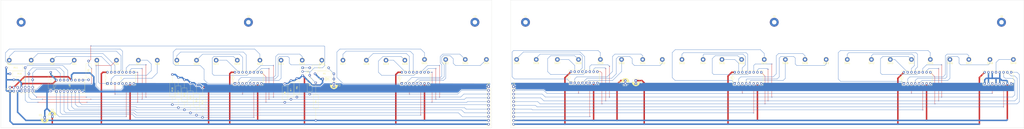
<source format=kicad_pcb>
(kicad_pcb (version 20221018) (generator pcbnew)
  (layers (0 "F.Cu" signal) (31 "B.Cu" signal) (34 "B.Paste" user) (35 "F.Paste" user) (36 "B.SilkS" user "B.Silkscreen") (37 "F.SilkS" user "F.Silkscreen") (38 "B.Mask" user) (39 "F.Mask" user) (44 "Edge.Cuts" user))
  (net 0 "")
  (net 1 "+5V")
  (net 2 "Net-(D1-A)")
  (net 3 "GND")
  (net 4 "-5V")
  (net 5 "/A2")
  (net 6 "/A1")
  (net 7 "/A0")
  (net 8 "/A3")
  (net 9 "/A4")
  (net 10 "/A5")
  (net 11 "/OUTPUT")
  (net 12 "Net-(Q1-B)")
  (net 13 "/KEYSCAN_OUT")
  (net 14 "Net-(U8-7)")
  (net 15 "/0")
  (net 16 "/1")
  (net 17 "/2")
  (net 18 "/3")
  (net 19 "/4")
  (net 20 "/5")
  (net 21 "/6")
  (net 22 "/K5")
  (net 23 "/K7")
  (net 24 "/K8")
  (net 25 "/K6")
  (net 26 "/K4")
  (net 27 "/K1")
  (net 28 "/K2")
  (net 29 "/K3")
  (net 30 "/K13")
  (net 31 "/K15")
  (net 32 "/K16")
  (net 33 "/K14")
  (net 34 "/K12")
  (net 35 "/K9")
  (net 36 "/K10")
  (net 37 "/K11")
  (net 38 "/K21")
  (net 39 "/K23")
  (net 40 "/K24")
  (net 41 "/K22")
  (net 42 "/K20")
  (net 43 "/K17")
  (net 44 "/K18")
  (net 45 "/K19")
  (net 46 "/K29")
  (net 47 "/K31")
  (net 48 "/K32")
  (net 49 "/K30")
  (net 50 "/K28")
  (net 51 "/K25")
  (net 52 "/K26")
  (net 53 "/K27")
  (net 54 "/K37")
  (net 55 "/K39")
  (net 56 "/K40")
  (net 57 "/K38")
  (net 58 "/K36")
  (net 59 "/K33")
  (net 60 "/K34")
  (net 61 "/K35")
  (net 62 "/K45")
  (net 63 "/K47")
  (net 64 "/K48")
  (net 65 "/K46")
  (net 66 "/K44")
  (net 67 "/K41")
  (net 68 "/K42")
  (net 69 "/K43")
  (net 70 "/K49")
  (footprint "Connector_Pin:Pin_D1.3mm_L11.0mm_LooseFit" (layer "F.Cu") (at 175.895 92.964)
    (fp_text reference "SW7")
    (fp_text value "Conn_01x01_Pin")
  )
  (footprint "Connector_Pin:Pin_D1.3mm_L11.0mm_LooseFit" (layer "F.Cu") (at 681.863 92.456)
    (fp_text reference "SW43")
    (fp_text value "Conn_01x01_Pin")
  )
  (footprint "Connector_Pin:Pin_D1.3mm_L11.0mm_LooseFit" (layer "F.Cu") (at 555.879 92.456)
    (fp_text reference "SW34")
    (fp_text value "Conn_01x01_Pin")
  )
  (footprint "Package_DIP:DIP-16_W7.62mm_Socket" (layer "F.Cu") (at 691.007 108.712 90)
    (fp_text reference "U6")
    (fp_text value "4051")
  )
  (footprint "Resistor_THT:R_Axial_DIN0309_L9.0mm_D3.2mm_P20.32mm_Horizontal" (layer "F.Cu") (at 215.011 109.728 -90)
    (fp_text reference "R14")
    (fp_text value "2k7")
  )
  (footprint "Connector_Pin:Pin_D1.3mm_L11.0mm_LooseFit" (layer "F.Cu") (at 242.443 92.964)
    (fp_text reference "SW12")
    (fp_text value "Conn_01x01_Pin")
  )
  (footprint "Connector_Pin:Pin_D1.3mm_L11.0mm_LooseFit" (layer "F.Cu") (at 528.447 92.456)
    (fp_text reference "SW32")
    (fp_text value "Conn_01x01_Pin")
  )
  (footprint "Connector_Pin:Pin_D1.3mm_L11.0mm_LooseFit" (layer "F.Cu") (at 624.459 92.456)
    (fp_text reference "SW39")
    (fp_text value "Conn_01x01_Pin")
  )
  (footprint "Capacitor_THT:CP_Radial_D5.0mm_P2.00mm" (layer "F.Cu") (at 307.467 108.712 -90)
    (fp_text reference "C1")
    (fp_text value "10uF")
  )
  (footprint "Capacitor_THT:CP_Radial_D5.0mm_P2.00mm" (layer "F.Cu") (at 112.903 131.632888 -90)
    (fp_text reference "C3")
    (fp_text value "10uF")
  )
  (footprint "MountingHole:MountingHole_3mm_Pad" (layer "F.Cu") (at 97.028 67.31)
    (fp_text reference "H1")
    (fp_text value "MountingHole")
  )
  (footprint "Connector_Pin:Pin_D1.3mm_L11.0mm_LooseFit" (layer "F.Cu") (at 486.791 92.456)
    (fp_text reference "SW29")
    (fp_text value "Conn_01x01_Pin")
  )
  (footprint "Resistor_THT:R_Axial_DIN0309_L9.0mm_D3.2mm_P12.70mm_Horizontal" (layer "F.Cu") (at 142.367 93.472 -90)
    (fp_text reference "R5")
    (fp_text value "4k7")
  )
  (footprint "Connector_Pin:Pin_D1.3mm_L11.0mm_LooseFit" (layer "F.Cu") (at 89.027 92.964)
    (fp_text reference "SW1")
    (fp_text value "Conn_01x01_Pin")
  )
  (footprint "Connector_Pin:Pin_D1.3mm_L11.0mm_LooseFit" (layer "F.Cu") (at 188.595 92.964)
    (fp_text reference "SW8")
    (fp_text value "Conn_01x01_Pin")
  )
  (footprint "Connector_Pin:Pin_D1.3mm_L11.0mm_LooseFit" (layer "F.Cu") (at 299.339 92.964)
    (fp_text reference "SW16")
    (fp_text value "Conn_01x01_Pin")
  )
  (footprint "Connector_Pin:Pin_D1.3mm_L11.0mm_LooseFit" (layer "F.Cu") (at 597.027 92.456)
    (fp_text reference "SW37")
    (fp_text value "Conn_01x01_Pin")
  )
  (footprint "Resistor_THT:R_Axial_DIN0309_L9.0mm_D3.2mm_P12.70mm_Horizontal" (layer "F.Cu") (at 89.535 102.108)
    (fp_text reference "R10")
    (fp_text value "2k7")
  )
  (footprint "Connector_Pin:Pin_D1.3mm_L11.0mm_LooseFit" (layer "F.Cu") (at 611.251 92.456)
    (fp_text reference "SW38")
    (fp_text value "Conn_01x01_Pin")
  )
  (footprint "Package_DIP:DIP-16_W7.62mm_Socket" (layer "F.Cu") (at 466.979 108.331 90)
    (fp_text reference "U4")
    (fp_text value "4051")
  )
  (footprint "Connector_Pin:Pin_D1.3mm_L11.0mm_LooseFit" (layer "F.Cu") (at 748.919 92.456)
    (fp_text reference "SW48")
    (fp_text value "Conn_01x01_Pin")
  )
  (footprint "Resistor_THT:R_Axial_DIN0309_L9.0mm_D3.2mm_P12.70mm_Horizontal" (layer "F.Cu") (at 307.467 102.108 180)
    (fp_text reference "R1")
    (fp_text value "100k")
  )
  (footprint "Connector_Pin:Pin_D1.3mm_L11.0mm_LooseFit" (layer "F.Cu") (at 501.015 92.456)
    (fp_text reference "SW30")
    (fp_text value "Conn_01x01_Pin")
  )
  (footprint "Package_DIP:DIP-16_W7.62mm_Socket" (layer "F.Cu") (at 240.919 108.712 90)
    (fp_text reference "U2")
    (fp_text value "4051")
  )
  (footprint "MountingHole:MountingHole_3mm_Pad" (layer "F.Cu") (at 249.936 67.31)
    (fp_text reference "H2")
    (fp_text value "MountingHole")
  )
  (footprint "Connector_Pin:Pin_D1.3mm_L11.0mm_LooseFit" (layer "F.Cu") (at 669.163 92.456)
    (fp_text reference "SW42")
    (fp_text value "Conn_01x01_Pin")
  )
  (footprint "Resistor_THT:R_Axial_DIN0309_L9.0mm_D3.2mm_P12.70mm_Horizontal" (layer "F.Cu") (at 303.911 98.044 180)
    (fp_text reference "R2")
    (fp_text value "100k")
  )
  (footprint "Package_DIP:DIP-16_W7.62mm_Socket" (layer "F.Cu") (at 155.067 108.712 90)
    (fp_text reference "U1")
    (fp_text value "4051")
  )
  (footprint "Resistor_THT:R_Axial_DIN0309_L9.0mm_D3.2mm_P12.70mm_Horizontal" (layer "F.Cu") (at 92.075 106.172)
    (fp_text reference "R9")
    (fp_text value "2k7")
  )
  (footprint "Connector_Pin:Pin_D1.3mm_L11.0mm_LooseFit" (layer "F.Cu") (at 638.683 92.456)
    (fp_text reference "SW40")
    (fp_text value "Conn_01x01_Pin")
  )
  (footprint "Resistor_THT:R_Axial_DIN0309_L9.0mm_D3.2mm_P20.32mm_Horizontal" (layer "F.Cu") (at 198.755 102.616 -90)
    (fp_text reference "R18")
    (fp_text value "2k7")
  )
  (footprint "Connector_Pin:Pin_D1.3mm_L11.0mm_LooseFit" (layer "F.Cu") (at 734.695 92.456)
    (fp_text reference "SW47")
    (fp_text value "Conn_01x01_Pin")
  )
  (footprint "Capacitor_THT:CP_Radial_D5.0mm_P2.00mm" (layer "F.Cu") (at 117.983 131.064 90)
    (fp_text reference "C2")
    (fp_text value "10uF")
  )
  (footprint "Connector_Pin:Pin_D1.3mm_L11.0mm_LooseFit" (layer "F.Cu") (at 764.667 92.456)
    (fp_text reference "SW49")
    (fp_text value "Conn_01x01_Pin")
  )
  (footprint "Resistor_THT:R_Axial_DIN0309_L9.0mm_D3.2mm_P20.32mm_Horizontal" (layer "F.Cu") (at 219.075 111.252 -90)
    (fp_text reference "R13")
    (fp_text value "2k7")
  )
  (footprint "Resistor_THT:R_Axial_DIN0309_L9.0mm_D3.2mm_P20.32mm_Horizontal" (layer "F.Cu") (at 210.947 108.204 -90)
    (fp_text reference "R15")
    (fp_text value "2k7")
  )
  (footprint "Resistor_THT:R_Axial_DIN0309_L9.0mm_D3.2mm_P12.70mm_Horizontal" (layer "F.Cu") (at 278.580938 106.68 -90)
    (fp_text reference "R7")
    (fp_text value "2k7")
  )
  (footprint "Resistor_THT:R_Axial_DIN0309_L9.0mm_D3.2mm_P12.70mm_Horizontal" (layer "F.Cu") (at 86.995 98.044)
    (fp_text reference "R11")
    (fp_text value "2k7")
  )
  (footprint "Diode_THT:D_DO-35_SOD27_P7.62mm_Horizontal" (layer "F.Cu") (at 299.847 105.664)
    (fp_text reference "D1")
    (fp_text value "1N4148")
  )
  (footprint "Resistor_THT:R_Axial_DIN0309_L9.0mm_D3.2mm_P12.70mm_Horizontal" (layer "F.Cu") (at 282.575 105.156 -90)
    (fp_text reference "R6")
    (fp_text value "2k7")
  )
  (footprint "Connector_Pin:Pin_D1.3mm_L11.0mm_LooseFit" (layer "F.Cu") (at 329.311 92.964)
    (fp_text reference "SW18")
    (fp_text value "Conn_01x01_Pin")
  )
  (footprint "Package_DIP:DIP-16_W7.62mm_Socket" (layer "F.Cu") (at 577.215 108.712 90)
    (fp_text reference "U5")
    (fp_text value "4051")
  )
  (footprint "Connector_Pin:Pin_D1.3mm_L11.0mm_LooseFit" (layer "F.Cu") (at 472.059 92.456)
    (fp_text reference "SW28")
    (fp_text value "Conn_01x01_Pin")
  )
  (footprint "Connector_Pin:Pin_D1.3mm_L11.0mm_LooseFit" (layer "F.Cu") (at 271.907 92.964)
    (fp_text reference "SW14")
    (fp_text value "Conn_01x01_Pin")
  )
  (footprint "Resistor_THT:R_Axial_DIN0309_L9.0mm_D3.2mm_P12.70mm_Horizontal" (layer "F.Cu") (at 291.211 103.124 -90)
    (fp_text reference "R3")
    (fp_text value "1k0")
  )
  (footprint "MountingHole:MountingHole_3mm_Pad" (layer "F.Cu") (at 402.336 67.31)
    (fp_text reference "H3")
    (fp_text value "MountingHole")
  )
  (footprint "Capacitor_THT:CP_Radial_D5.0mm_P2.00mm" (layer "F.Cu") (at 503.555 108.712 90)
    (fp_text reference "C5")
    (fp_text value "10uF")
  )
  (footprint "Connector_PinHeader_2.54mm:PinHeader_1x11_P2.54mm_Vertical" (layer "F.Cu") (at 411.529 110.744)
    (fp_text reference "J2")
    (fp_text value "Conn_01x11_Pin")
  )
  (footprint "Package_DIP:DIP-16_W7.62mm_Socket" (layer "F.Cu") (at 745.363 108.712 90)
    (fp_text reference "U7")
    (fp_text value "4051")
  )
  (footprint "Connector_Pin:Pin_D1.3mm_L11.0mm_LooseFit" (layer "F.Cu") (at 721.995 92.456)
    (fp_text reference "SW46")
    (fp_text value "Conn_01x01_Pin")
  )
  (footprint "Connector_Pin:Pin_D1.3mm_L11.0mm_LooseFit" (layer "F.Cu") (at 696.087 92.456)
    (fp_text reference "SW44")
    (fp_text value "Conn_01x01_Pin")
  )
  (footprint "Connector_Pin:Pin_D1.3mm_L11.0mm_LooseFit" (layer "F.Cu") (at 117.983 92.964)
    (fp_text reference "SW3")
    (fp_text value "Conn_01x01_Pin")
  )
  (footprint "Connector_Pin:Pin_D1.3mm_L11.0mm_LooseFit" (layer "F.Cu") (at 443.611 92.456)
    (fp_text reference "SW26")
    (fp_text value "Conn_01x01_Pin")
  )
  (footprint "Connector_Pin:Pin_D1.3mm_L11.0mm_LooseFit" (layer "F.Cu") (at 541.655 92.456)
    (fp_text reference "SW33")
    (fp_text value "Conn_01x01_Pin")
  )
  (footprint "Connector_Pin:Pin_D1.3mm_L11.0mm_LooseFit" (layer "F.Cu") (at 161.163 92.964)
    (fp_text reference "SW6")
    (fp_text value "Conn_01x01_Pin")
  )
  (footprint "Resistor_THT:R_Axial_DIN0309_L9.0mm_D3.2mm_P20.32mm_Horizontal" (layer "F.Cu") (at 206.883 106.172 -90)
    (fp_text reference "R16")
    (fp_text value "2k7")
  )
  (footprint "Connector_Pin:Pin_D1.3mm_L11.0mm_LooseFit" (layer "F.Cu") (at 368.427 92.456)
    (fp_text reference "SW21")
    (fp_text value "Conn_01x01_Pin")
  )
  (footprint "Connector_PinHeader_2.54mm:PinHeader_2x07_P2.54mm_Vertical" (layer "F.Cu") (at 89.535 113.792 90)
    (fp_text reference "J1")
    (fp_text value "Conn_02x07_Odd_Even")
  )
  (footprint "Capacitor_THT:CP_Radial_D5.0mm_P2.00mm" (layer "F.Cu") (at 510.667 106.740888 -90)
    (fp_text reference "C4")
    (fp_text value "10uF")
  )
  (footprint "Resistor_THT:R_Axial_DIN0309_L9.0mm_D3.2mm_P12.70mm_Horizontal" (layer "F.Cu") (at 274.447 108.712 -90)
    (fp_text reference "R8")
    (fp_text value "2k7")
  )
  (footprint "Resistor_THT:R_Axial_DIN0309_L9.0mm_D3.2mm_P25.40mm_Horizontal" (layer "F.Cu") (at 295.275 108.204 -90)
    (fp_text reference "R4")
    (fp_text value "5k6")
  )
  (footprint "Connector_Pin:Pin_D1.3mm_L11.0mm_LooseFit" (layer "F.Cu") (at 257.683 92.964)
    (fp_text reference "SW13")
    (fp_text value "Conn_01x01_Pin")
  )
  (footprint "Connector_Pin:Pin_D1.3mm_L11.0mm_LooseFit" (layer "F.Cu") (at 286.131 92.964)
    (fp_text reference "SW15")
    (fp_text value "Conn_01x01_Pin")
  )
  (footprint "Connector_PinHeader_2.54mm:PinHeader_1x11_P2.54mm_Vertical" (layer "F.Cu") (at 428.371 110.744)
    (fp_text reference "J3")
    (fp_text value "Conn_01x11_Pin")
  )
  (footprint "Connector_Pin:Pin_D1.3mm_L11.0mm_LooseFit" (layer "F.Cu") (at 515.239 92.456)
    (fp_text reference "SW31")
    (fp_text value "Conn_01x01_Pin")
  )
  (footprint "Package_TO_SOT_THT:TO-92L_Inline_Wide" (layer "F.Cu") (at 286.385 98.044 -90)
    (fp_text reference "Q1")
    (fp_text value "BC212L")
  )
  (footprint "Connector_Pin:Pin_D1.3mm_L11.0mm_LooseFit" (layer "F.Cu") (at 430.403 92.456)
    (fp_text reference "SW25")
    (fp_text value "Conn_01x01_Pin")
  )
  (footprint "Connector_Pin:Pin_D1.3mm_L11.0mm_LooseFit" (layer "F.Cu") (at 708.787 92.456)
    (fp_text reference "SW45")
    (fp_text value "Conn_01x01_Pin")
  )
  (footprint "Resistor_THT:R_Axial_DIN0309_L9.0mm_D3.2mm_P20.32mm_Horizontal" (layer "F.Cu") (at 202.819 104.648 -90)
    (fp_text reference "R17")
    (fp_text value "2k7")
  )
  (footprint "Connector_Pin:Pin_D1.3mm_L11.0mm_LooseFit" (layer "F.Cu") (at 228.219 92.964)
    (fp_text reference "SW11")
    (fp_text value "Conn_01x01_Pin")
  )
  (footprint "Connector_Pin:Pin_D1.3mm_L11.0mm_LooseFit" (layer "F.Cu") (at 342.519 92.964)
    (fp_text reference "SW19")
    (fp_text value "Conn_01x01_Pin")
  )
  (footprint "Connector_Pin:Pin_D1.3mm_L11.0mm_LooseFit" (layer "F.Cu") (at 215.011 92.964)
    (fp_text reference "SW10")
    (fp_text value "Conn_01x01_Pin")
  )
  (footprint "Connector_Pin:Pin_D1.3mm_L11.0mm_LooseFit" (layer "F.Cu") (at 355.219 92.964)
    (fp_text reference "SW20")
    (fp_text value "Conn_01x01_Pin")
  )
  (footprint "MountingHole:MountingHole_3mm_Pad" (layer "F.Cu") (at 603.758 67.31)
    (fp_text reference "H5")
    (fp_text value "MountingHole")
  )
  (footprint "Connector_Pin:Pin_D1.3mm_L11.0mm_LooseFit" (layer "F.Cu") (at 410.083 92.456)
    (fp_text reference "SW24")
    (fp_text value "Conn_01x01_Pin")
  )
  (footprint "Connector_Pin:Pin_D1.3mm_L11.0mm_LooseFit" (layer "F.Cu") (at 201.803 92.964)
    (fp_text reference "SW9")
    (fp_text value "Conn_01x01_Pin")
  )
  (footprint "Resistor_THT:R_Axial_DIN0309_L9.0mm_D3.2mm_P12.70mm_Horizontal" (layer "F.Cu") (at 116.967 101.092 -90)
    (fp_text reference "R12")
    (fp_text value "2k7")
  )
  (footprint "Connector_Pin:Pin_D1.3mm_L11.0mm_LooseFit" (layer "F.Cu") (at 652.907 92.456)
    (fp_text reference "SW41")
    (fp_text value "Conn_01x01_Pin")
  )
  (footprint "Connector_Pin:Pin_D1.3mm_L11.0mm_LooseFit" (layer "F.Cu") (at 395.859 92.456)
    (fp_text reference "SW23")
    (fp_text value "Conn_01x01_Pin")
  )
  (footprint "Connector_Pin:Pin_D1.3mm_L11.0mm_LooseFit" (layer "F.Cu") (at 313.563 92.964)
    (fp_text reference "SW17")
    (fp_text value "Conn_01x01_Pin")
  )
  (footprint "Connector_Pin:Pin_D1.3mm_L11.0mm_LooseFit" (layer "F.Cu") (at 103.759 92.964)
    (fp_text reference "SW2")
    (fp_text value "Conn_01x01_Pin")
  )
  (footprint "Package_DIP:DIP-16_W7.62mm_Socket" (layer "F.Cu") (at 353.187 108.712 90)
    (fp_text reference "U3")
    (fp_text value "4051")
  )
  (footprint "MountingHole:MountingHole_3mm_Pad" (layer "F.Cu") (at 436.372 67.31)
    (fp_text reference "H4")
    (fp_text value "MountingHole")
  )
  (footprint "Connector_Pin:Pin_D1.3mm_L11.0mm_LooseFit" (layer "F.Cu") (at 457.835 92.456)
    (fp_text reference "SW27")
    (fp_text value "Conn_01x01_Pin")
  )
  (footprint "Connector_Pin:Pin_D1.3mm_L11.0mm_LooseFit" (layer "F.Cu") (at 581.787 92.456)
    (fp_text reference "SW36")
    (fp_text value "Conn_01x01_Pin")
  )
  (footprint "Package_DIP:DIP-16_W7.62mm_Socket" (layer "F.Cu") (at 120.767 114.036 90)
    (fp_text reference "U8")
    (fp_text value "74LS42")
  )
  (footprint "Connector_Pin:Pin_D1.3mm_L11.0mm_LooseFit" (layer "F.Cu") (at 147.955 92.964)
    (fp_text reference "SW5")
    (fp_text value "Conn_01x01_Pin")
  )
  (footprint "Connector_Pin:Pin_D1.3mm_L11.0mm_LooseFit" (layer "F.Cu") (at 132.715 92.964)
    (fp_text reference "SW4")
    (fp_text value "Conn_01x01_Pin")
  )
  (footprint "MountingHole:MountingHole_3mm_Pad" (layer "F.Cu") (at 756.666 67.31)
    (fp_text reference "H6")
    (fp_text value "MountingHole")
  )
  (footprint "Connector_Pin:Pin_D1.3mm_L11.0mm_LooseFit" (layer "F.Cu") (at 568.579 92.456)
    (fp_text reference "SW35")
    (fp_text value "Conn_01x01_Pin")
  )
  (footprint "Connector_Pin:Pin_D1.3mm_L11.0mm_LooseFit" (layer "F.Cu") (at 382.651 92.456)
    (fp_text reference "SW22")
    (fp_text value "Conn_01x01_Pin")
  )
  (gr_rect (start 426.339 52.324) (end 771.779 138.684) (stroke (width 0.1)) (fill none) (layer "Edge.Cuts"))
  (gr_rect (start 83.439 52.324) (end 413.639 138.684) (stroke (width 0.1)) (fill none) (layer "Edge.Cuts"))
  (segment (start 238.379 101.092) (end 237.363 102.108) (width 1) (layer "F.Cu") (net 1))
  (segment (start 240.919 101.092) (end 238.379 101.092) (width 1) (layer "F.Cu") (net 1))
  (segment (start 462.915 104.775) (end 462.915 136.144) (width 1) (layer "F.Cu") (net 1))
  (segment (start 691.007 101.092) (end 686.943 105.156) (width 1) (layer "F.Cu") (net 1))
  (segment (start 510.667 106.740888) (end 514.791888 106.740888) (width 1) (layer "F.Cu") (net 1))
  (segment (start 286.385 103.124) (end 287.655 104.394) (width 1) (layer "F.Cu") (net 1))
  (segment (start 572.643 103.632) (end 572.643 136.144) (width 1) (layer "F.Cu") (net 1))
  (segment (start 117.983 131.064) (end 117.983 136.144) (width 1) (layer "F.Cu") (net 1))
  (segment (start 466.979 100.711) (end 462.915 104.775) (width 1) (layer "F.Cu") (net 1))
  (segment (start 219.075 111.252) (end 222.631 111.252) (width 1) (layer "F.Cu") (net 1))
  (segment (start 577.215 101.092) (end 575.183 101.092) (width 1) (layer "F.Cu") (net 1))
  (segment (start 120.767 106.416) (end 118.471 108.712) (width 1) (layer "F.Cu") (net 1))
  (segment (start 97.155 109.728) (end 97.155 111.252) (width 1) (layer "F.Cu") (net 1))
  (segment (start 98.171 108.712) (end 97.155 109.728) (width 1) (layer "F.Cu") (net 1))
  (segment (start 151.003 102.108) (end 151.003 136.144) (width 1) (layer "F.Cu") (net 1))
  (segment (start 686.943 105.156) (end 686.943 136.144) (width 1) (layer "F.Cu") (net 1))
  (segment (start 516.255 108.204) (end 516.255 136.144) (width 1) (layer "F.Cu") (net 1))
  (segment (start 514.791888 106.740888) (end 516.255 108.204) (width 1) (layer "F.Cu") (net 1))
  (segment (start 152.019 101.092) (end 151.003 102.108) (width 1) (layer "F.Cu") (net 1))
  (segment (start 237.363 102.108) (end 237.363 136.144) (width 1) (layer "F.Cu") (net 1))
  (segment (start 741.807 136.144) (end 741.807 104.648) (width 1) (layer "F.Cu") (net 1))
  (segment (start 155.067 101.092) (end 152.019 101.092) (width 1) (layer "F.Cu") (net 1))
  (segment (start 222.631 111.252) (end 223.139 111.76) (width 1) (layer "F.Cu") (net 1))
  (segment (start 118.471 108.712) (end 98.171 108.712) (width 1) (layer "F.Cu") (net 1))
  (segment (start 349.123 102.616) (end 349.123 136.144) (width 1) (layer "F.Cu") (net 1))
  (segment (start 223.139 111.76) (end 223.139 136.144) (width 1) (layer "F.Cu") (net 1))
  (segment (start 353.187 101.092) (end 350.647 101.092) (width 1) (layer "F.Cu") (net 1))
  (segment (start 741.807 104.648) (end 745.363 101.092) (width 1) (layer "F.Cu") (net 1))
  (segment (start 350.647 101.092) (end 349.123 102.616) (width 1) (layer "F.Cu") (net 1))
  (segment (start 287.655 104.394) (end 287.655 136.144) (width 1) (layer "F.Cu") (net 1))
  (segment (start 575.183 101.092) (end 572.643 103.632) (width 1) (layer "F.Cu") (net 1))
  (via (at 349.123 136.144) (size 0.6) (drill 0.3) (layers "F.Cu" "B.Cu") (net 1))
  (via (at 287.655 136.144) (size 0.6) (drill 0.3) (layers "F.Cu" "B.Cu") (net 1))
  (via (at 237.363 136.144) (size 0.6) (drill 0.3) (layers "F.Cu" "B.Cu") (net 1))
  (via (at 223.139 136.144) (size 0.6) (drill 0.3) (layers "F.Cu" "B.Cu") (net 1))
  (via (at 151.003 136.144) (size 0.6) (drill 0.3) (layers "F.Cu" "B.Cu") (net 1))
  (via (at 117.983 136.144) (size 0.6) (drill 0.3) (layers "F.Cu" "B.Cu") (net 1))
  (via (at 462.915 136.144) (size 0.6) (drill 0.3) (layers "F.Cu" "B.Cu") (net 1))
  (via (at 686.943 136.144) (size 0.6) (drill 0.3) (layers "F.Cu" "B.Cu") (net 1))
  (via (at 516.255 136.144) (size 0.6) (drill 0.3) (layers "F.Cu" "B.Cu") (net 1))
  (via (at 741.807 136.144) (size 0.6) (drill 0.3) (layers "F.Cu" "B.Cu") (net 1))
  (via (at 572.643 136.144) (size 0.6) (drill 0.3) (layers "F.Cu" "B.Cu") (net 1))
  (segment (start 278.580938 106.68) (end 281.051 106.68) (width 1) (layer "B.Cu") (net 1))
  (segment (start 86.995 102.108) (end 86.995 98.044) (width 1) (layer "B.Cu") (net 1))
  (segment (start 237.363 136.144) (end 287.655 136.144) (width 1) (layer "B.Cu") (net 1))
  (segment (start 223.139 136.144) (end 237.363 136.144) (width 1) (layer "B.Cu") (net 1))
  (segment (start 274.447 108.712) (end 276.548938 108.712) (width 1) (layer "B.Cu") (net 1))
  (segment (start 89.535 113.792) (end 89.535 134.112) (width 1) (layer "B.Cu") (net 1))
  (segment (start 299.847 108.204) (end 299.847 105.664) (width 1) (layer "B.Cu") (net 1))
  (segment (start 292.989 109.728) (end 298.323 109.728) (width 1) (layer "B.Cu") (net 1))
  (segment (start 97.155 108.204) (end 95.123 106.172) (width 1) (layer "B.Cu") (net 1))
  (segment (start 86.995 106.172) (end 86.995 102.108) (width 1) (layer "B.Cu") (net 1))
  (segment (start 91.567 136.144) (end 117.983 136.144) (width 1) (layer "B.Cu") (net 1))
  (segment (start 117.983 136.144) (end 151.003 136.144) (width 1) (layer "B.Cu") (net 1))
  (segment (start 86.995 102.108) (end 89.535 102.108) (width 1) (layer "B.Cu") (net 1))
  (segment (start 287.655 136.144) (end 349.123 136.144) (width 1) (layer "B.Cu") (net 1))
  (segment (start 282.575 105.156) (end 284.353 105.156) (width 1) (layer "B.Cu") (net 1))
  (segment (start 284.353 105.156) (end 286.385 103.124) (width 1) (layer "B.Cu") (net 1))
  (segment (start 286.385 103.124) (end 292.989 109.728) (width 1) (layer "B.Cu") (net 1))
  (segment (start 116.967 102.616) (end 116.967 101.092) (width 1) (layer "B.Cu") (net 1))
  (segment (start 686.943 136.144) (end 741.807 136.144) (width 1) (layer "B.Cu") (net 1))
  (segment (start 200.787 102.616) (end 202.819 104.648) (width 1) (layer "B.Cu") (net 1))
  (segment (start 89.535 113.792) (end 87.503 113.792) (width 1) (layer "B.Cu") (net 1))
  (segment (start 86.995 113.284) (end 86.995 106.172) (width 1) (layer "B.Cu") (net 1))
  (segment (start 516.255 136.144) (end 572.643 136.144) (width 1) (layer "B.Cu") (net 1))
  (segment (start 151.003 136.144) (end 223.139 136.144) (width 1) (layer "B.Cu") (net 1))
  (segment (start 428.371 136.144) (end 462.915 136.144) (width 1) (layer "B.Cu") (net 1))
  (segment (start 299.847 105.664) (end 298.323 105.664) (width 1) (layer "B.Cu") (net 1))
  (segment (start 92.075 106.172) (end 86.995 106.172) (width 1) (layer "B.Cu") (net 1))
  (segment (start 87.503 113.792) (end 86.995 113.284) (width 1) (layer "B.Cu") (net 1))
  (segment (start 213.487 108.204) (end 215.011 109.728) (width 1) (layer "B.Cu") (net 1))
  (segment (start 215.011 109.728) (end 217.551 109.728) (width 1) (layer "B.Cu") (net 1))
  (segment (start 97.155 111.252) (end 97.155 108.204) (width 1) (layer "B.Cu") (net 1))
  (segment (start 95.123 106.172) (end 92.075 106.172) (width 1) (layer "B.Cu") (net 1))
  (segment (start 572.643 136.144) (end 686.943 136.144) (width 1) (layer "B.Cu") (net 1))
  (segment (start 276.548938 108.712) (end 278.580938 106.68) (width 1) (layer "B.Cu") (net 1))
  (segment (start 120.767 106.416) (end 116.967 102.616) (width 1) (layer "B.Cu") (net 1))
  (segment (start 462.915 136.144) (end 516.255 136.144) (width 1) (layer "B.Cu") (net 1))
  (segment (start 210.947 108.204) (end 213.487 108.204) (width 1) (layer "B.Cu") (net 1))
  (segment (start 206.883 106.172) (end 208.915 106.172) (width 1) (layer "B.Cu") (net 1))
  (segment (start 198.755 102.616) (end 200.787 102.616) (width 1) (layer "B.Cu") (net 1))
  (segment (start 349.123 136.144) (end 411.607 136.144) (width 1) (layer "B.Cu") (net 1))
  (segment (start 281.051 106.68) (end 282.575 105.156) (width 1) (layer "B.Cu") (net 1))
  (segment (start 298.323 109.728) (end 299.847 108.204) (width 1) (layer "B.Cu") (net 1))
  (segment (start 208.915 106.172) (end 210.947 108.204) (width 1) (layer "B.Cu") (net 1))
  (segment (start 92.075 113.792) (end 89.535 113.792) (width 1) (layer "B.Cu") (net 1))
  (segment (start 202.819 104.648) (end 205.359 104.648) (width 1) (layer "B.Cu") (net 1))
  (segment (start 217.551 109.728) (end 219.075 111.252) (width 1) (layer "B.Cu") (net 1))
  (segment (start 205.359 104.648) (end 206.883 106.172) (width 1) (layer "B.Cu") (net 1))
  (segment (start 89.535 134.112) (end 91.567 136.144) (width 1) (layer "B.Cu") (net 1))
  (segment (start 298.323 105.664) (end 294.767 102.108) (width 1) (layer "B.Cu") (net 1))
  (segment (start 303.911 98.552) (end 303.911 98.044) (width 0.2) (layer "B.Cu") (net 2))
  (segment (start 307.467 102.108) (end 303.911 98.552) (width 0.2) (layer "B.Cu") (net 2))
  (segment (start 307.467 108.264888) (end 307.467 102.108) (width 0.2) (layer "B.Cu") (net 2))
  (segment (start 128.651 104.14) (end 99.187 104.14) (width 1) (layer "F.Cu") (net 3))
  (segment (start 99.187 104.14) (end 92.075 111.252) (width 1) (layer "F.Cu") (net 3))
  (segment (start 89.535 111.252) (end 92.075 111.252) (width 1) (layer "F.Cu") (net 3))
  (segment (start 130.927 106.416) (end 128.651 104.14) (width 1) (layer "F.Cu") (net 3))
  (segment (start 144.663 114.036) (end 145.923 112.776) (width 1) (layer "B.Cu") (net 3))
  (segment (start 114.427 111.76) (end 114.427 125.508) (width 1) (layer "B.Cu") (net 3))
  (segment (start 145.923 104.14) (end 143.383 101.6) (width 1) (layer "B.Cu") (net 3))
  (segment (start 132.207 101.6) (end 130.927 102.88) (width 1) (layer "B.Cu") (net 3))
  (segment (start 112.903 131.632888) (end 112.903 127.032) (width 1) (layer "B.Cu") (net 3))
  (segment (start 130.927 102.88) (end 130.927 106.416) (width 1) (layer "B.Cu") (net 3))
  (segment (start 114.935 111.252) (end 114.427 111.76) (width 1) (layer "B.Cu") (net 3))
  (segment (start 135.763 111.252) (end 114.935 111.252) (width 1) (layer "B.Cu") (net 3))
  (segment (start 112.903 127.032) (end 114.427 125.508) (width 1) (layer "B.Cu") (net 3))
  (segment (start 145.923 112.776) (end 145.923 104.14) (width 1) (layer "B.Cu") (net 3))
  (segment (start 138.547 114.036) (end 135.763 111.252) (width 1) (layer "B.Cu") (net 3))
  (segment (start 114.427 125.508) (end 117.983 129.064) (width 1) (layer "B.Cu") (net 3))
  (segment (start 138.547 114.036) (end 144.663 114.036) (width 1) (layer "B.Cu") (net 3))
  (segment (start 143.383 101.6) (end 132.207 101.6) (width 1) (layer "B.Cu") (net 3))
  (segment (start 500.475 106.712) (end 497.967 109.22) (width 1) (layer "F.Cu") (net 4))
  (segment (start 368.427 108.712) (end 368.427 133.604) (width 1) (layer "F.Cu") (net 4))
  (segment (start 256.159 108.712) (end 256.159 133.604) (width 1) (layer "F.Cu") (net 4))
  (segment (start 503.555 106.712) (end 500.475 106.712) (width 1) (layer "F.Cu") (net 4))
  (segment (start 482.219 108.331) (end 482.219 133.604) (width 1) (layer "F.Cu") (net 4))
  (segment (start 592.455 108.712) (end 592.455 133.604) (width 1) (layer "F.Cu") (net 4))
  (segment (start 497.967 109.22) (end 497.967 133.604) (width 1) (layer "F.Cu") (net 4))
  (segment (start 706.247 108.712) (end 706.247 133.604) (width 1) (layer "F.Cu") (net 4))
  (segment (start 760.603 108.712) (end 760.603 133.096) (width 1) (layer "F.Cu") (net 4))
  (segment (start 170.307 108.712) (end 170.307 133.604) (width 1) (layer "F.Cu") (net 4))
  (via (at 170.307 133.604) (size 0.6) (drill 0.3) (layers "F.Cu" "B.Cu") (net 4))
  (via (at 256.159 133.604) (size 0.6) (drill 0.3) (layers "F.Cu" "B.Cu") (net 4))
  (via (at 497.967 133.604) (size 0.6) (drill 0.3) (layers "F.Cu" "B.Cu") (net 4))
  (via (at 706.247 133.604) (size 0.6) (drill 0.3) (layers "F.Cu" "B.Cu") (net 4))
  (via (at 368.427 133.604) (size 0.6) (drill 0.3) (layers "F.Cu" "B.Cu") (net 4))
  (via (at 482.219 133.604) (size 0.6) (drill 0.3) (layers "F.Cu" "B.Cu") (net 4))
  (via (at 760.603 133.096) (size 0.6) (drill 0.3) (layers "F.Cu" "B.Cu") (net 4))
  (via (at 592.455 133.604) (size 0.6) (drill 0.3) (layers "F.Cu" "B.Cu") (net 4))
  (segment (start 755.523 108.712) (end 755.523 101.092) (width 1) (layer "B.Cu") (net 4))
  (segment (start 746.379 105.156) (end 745.363 106.172) (width 1) (layer "B.Cu") (net 4))
  (segment (start 760.603 107.188) (end 760.095 106.68) (width 1) (layer "B.Cu") (net 4))
  (segment (start 760.603 133.096) (end 760.095 133.604) (width 1) (layer "B.Cu") (net 4))
  (segment (start 706.247 133.604) (end 592.455 133.604) (width 1) (layer "B.Cu") (net 4))
  (segment (start 750.443 105.156) (end 746.379 105.156) (width 1) (layer "B.Cu") (net 4))
  (segment (start 497.967 133.604) (end 482.219 133.604) (width 1) (layer "B.Cu") (net 4))
  (segment (start 760.095 106.68) (end 757.047 106.68) (width 1) (layer "B.Cu") (net 4))
  (segment (start 757.047 106.68) (end 755.523 105.156) (width 1) (layer "B.Cu") (net 4))
  (segment (start 94.615 128.016) (end 94.615 113.792) (width 1) (layer "B.Cu") (net 4))
  (segment (start 755.523 105.156) (end 752.983 105.156) (width 1) (layer "B.Cu") (net 4))
  (segment (start 760.603 108.712) (end 760.603 107.188) (width 1) (layer "B.Cu") (net 4))
  (segment (start 100.203 133.604) (end 94.615 128.016) (width 1) (layer "B.Cu") (net 4))
  (segment (start 482.219 133.604) (end 428.371 133.604) (width 1) (layer "B.Cu") (net 4))
  (segment (start 97.155 113.792) (end 94.615 113.792) (width 1) (layer "B.Cu") (net 4))
  (segment (start 170.307 133.604) (end 100.203 133.604) (width 1) (layer "B.Cu") (net 4))
  (segment (start 368.427 133.604) (end 411.607 133.604) (width 1) (layer "B.Cu") (net 4))
  (segment (start 752.983 108.712) (end 752.983 105.156) (width 1) (layer "B.Cu") (net 4))
  (segment (start 368.427 133.604) (end 256.159 133.604) (width 1) (layer "B.Cu") (net 4))
  (segment (start 745.363 106.172) (end 745.363 108.712) (width 1) (layer "B.Cu") (net 4))
  (segment (start 750.443 101.092) (end 750.443 105.156) (width 1) (layer "B.Cu") (net 4))
  (segment (start 752.983 105.156) (end 750.443 105.156) (width 1) (layer "B.Cu") (net 4))
  (segment (start 256.159 133.604) (end 170.307 133.604) (width 1) (layer "B.Cu") (net 4))
  (segment (start 747.903 108.712) (end 747.903 101.092) (width 1) (layer "B.Cu") (net 4))
  (segment (start 760.095 133.604) (end 706.247 133.604) (width 1) (layer "B.Cu") (net 4))
  (segment (start 592.455 133.604) (end 497.967 133.604) (width 1) (layer "B.Cu") (net 4))
  (segment (start 486.791 100.584) (end 487.807 101.6) (width 0.2) (layer "F.Cu") (net 5))
  (segment (start 261.747 121.412) (end 261.747 104.14) (width 0.2) (layer "F.Cu") (net 5))
  (segment (start 175.387 101.092) (end 175.387 121.412) (width 0.2) (layer "F.Cu") (net 5))
  (segment (start 141.351 121.412) (end 108.331 121.412) (width 0.2) (layer "F.Cu") (net 5))
  (segment (start 711.835 104.14) (end 711.835 122.428) (width 0.2) (layer "F.Cu") (net 5))
  (segment (start 487.807 101.6) (end 487.807 122.428) (width 0.2) (layer "F.Cu") (net 5))
  (segment (start 373.507 101.092) (end 373.507 121.412) (width 0.2) (layer "F.Cu") (net 5))
  (segment (start 708.787 101.092) (end 711.835 104.14) (width 0.2) (layer "F.Cu") (net 5))
  (segment (start 594.995 101.092) (end 597.535 103.632) (width 0.2) (layer "F.Cu") (net 5))
  (segment (start 597.535 103.632) (end 597.535 122.428) (width 0.2) (layer "F.Cu") (net 5))
  (segment (start 261.747 104.14) (end 258.699 101.092) (width 0.2) (layer "F.Cu") (net 5))
  (segment (start 484.759 100.584) (end 486.791 100.584) (width 0.2) (layer "F.Cu") (net 5))
  (via (at 597.535 122.428) (size 0.6) (drill 0.3) (layers "F.Cu" "B.Cu") (net 5))
  (via (at 175.387 101.092) (size 0.6) (drill 0.3) (layers "F.Cu" "B.Cu") (net 5))
  (via (at 373.507 121.412) (size 0.6) (drill 0.3) (layers "F.Cu" "B.Cu") (net 5))
  (via (at 487.807 122.428) (size 0.6) (drill 0.3) (layers "F.Cu" "B.Cu") (net 5))
  (via (at 373.507 101.092) (size 0.6) (drill 0.3) (layers "F.Cu" "B.Cu") (net 5))
  (via (at 711.835 122.428) (size 0.6) (drill 0.3) (layers "F.Cu" "B.Cu") (net 5))
  (via (at 108.331 121.412) (size 0.6) (drill 0.3) (layers "F.Cu" "B.Cu") (net 5))
  (via (at 261.747 121.412) (size 0.6) (drill 0.3) (layers "F.Cu" "B.Cu") (net 5))
  (via (at 141.351 121.412) (size 0.6) (drill 0.3) (layers "F.Cu" "B.Cu") (net 5))
  (via (at 175.387 121.412) (size 0.6) (drill 0.3) (layers "F.Cu" "B.Cu") (net 5))
  (segment (start 487.807 122.428) (end 446.151 122.428) (width 0.2) (layer "B.Cu") (net 5))
  (segment (start 767.207 122.428) (end 711.835 122.428) (width 0.2) (layer "B.Cu") (net 5))
  (segment (start 763.143 101.092) (end 767.207 101.092) (width 0.2) (layer "B.Cu") (net 5))
  (segment (start 397.383 120.904) (end 411.529 120.904) (width 0.2) (layer "B.Cu") (net 5))
  (segment (start 444.627 120.904) (end 428.371 120.904) (width 0.2) (layer "B.Cu") (net 5))
  (segment (start 446.151 122.428) (end 444.627 120.904) (width 0.2) (layer "B.Cu") (net 5))
  (segment (start 172.847 101.092) (end 175.387 101.092) (width 0.2) (layer "B.Cu") (net 5))
  (segment (start 108.331 121.412) (end 101.219 121.412) (width 0.2) (layer "B.Cu") (net 5))
  (segment (start 373.507 121.412) (end 372.999 121.412) (width 0.2) (layer "B.Cu") (net 5))
  (segment (start 373.507 121.412) (end 396.875 121.412) (width 0.2) (layer "B.Cu") (net 5))
  (segment (start 101.219 121.412) (end 99.695 119.888) (width 0.2) (layer "B.Cu") (net 5))
  (segment (start 372.999 121.412) (end 274.447 121.412) (width 0.2) (layer "B.Cu") (net 5))
  (segment (start 370.967 101.092) (end 373.507 101.092) (width 0.2) (layer "B.Cu") (net 5))
  (segment (start 99.695 119.888) (end 99.695 113.792) (width 0.2) (layer "B.Cu") (net 5))
  (segment (start 396.875 121.412) (end 397.383 120.904) (width 0.2) (layer "B.Cu") (net 5))
  (segment (start 768.731 120.904) (end 767.207 122.428) (width 0.2) (layer "B.Cu") (net 5))
  (segment (start 767.207 101.092) (end 768.731 102.616) (width 0.2) (layer "B.Cu") (net 5))
  (segment (start 274.447 121.412) (end 175.387 121.412) (width 0.2) (layer "B.Cu") (net 5))
  (segment (start 711.835 122.428) (end 487.807 122.428) (width 0.2) (layer "B.Cu") (net 5))
  (segment (start 175.387 121.412) (end 141.351 121.412) (width 0.2) (layer "B.Cu") (net 5))
  (segment (start 768.731 102.616) (end 768.731 120.904) (width 0.2) (layer "B.Cu") (net 5))
  (segment (start 263.779 98.552) (end 263.779 119.38) (width 0.2) (layer "F.Cu") (net 6))
  (segment (start 111.379 119.38) (end 143.891 119.38) (width 0.2) (layer "F.Cu") (net 6))
  (segment (start 599.567 99.06) (end 599.567 120.396) (width 0.2) (layer "F.Cu") (net 6))
  (segment (start 490.347 98.552) (end 490.347 120.396) (width 0.2) (layer "F.Cu") (net 6))
  (segment (start 714.375 98.552) (end 714.375 120.396) (width 0.2) (layer "F.Cu") (net 6))
  (segment (start 178.435 119.38) (end 178.435 98.552) (width 0.2) (layer "F.Cu") (net 6))
  (segment (start 376.047 98.552) (end 376.047 119.38) (width 0.2) (layer "F.Cu") (net 6))
  (via (at 111.379 119.38) (size 0.6) (drill 0.3) (layers "F.Cu" "B.Cu") (net 6))
  (via (at 490.347 120.396) (size 0.6) (drill 0.3) (layers "F.Cu" "B.Cu") (net 6))
  (via (at 263.779 98.552) (size 0.6) (drill 0.3) (layers "F.Cu" "B.Cu") (net 6))
  (via (at 178.435 119.38) (size 0.6) (drill 0.3) (layers "F.Cu" "B.Cu") (net 6))
  (via (at 714.375 98.552) (size 0.6) (drill 0.3) (layers "F.Cu" "B.Cu") (net 6))
  (via (at 714.375 120.396) (size 0.6) (drill 0.3) (layers "F.Cu" "B.Cu") (net 6))
  (via (at 376.047 98.552) (size 0.6) (drill 0.3) (layers "F.Cu" "B.Cu") (net 6))
  (via (at 599.567 120.396) (size 0.6) (drill 0.3) (layers "F.Cu" "B.Cu") (net 6))
  (via (at 263.779 119.38) (size 0.6) (drill 0.3) (layers "F.Cu" "B.Cu") (net 6))
  (via (at 143.891 119.38) (size 0.6) (drill 0.3) (layers "F.Cu" "B.Cu") (net 6))
  (via (at 490.347 98.552) (size 0.6) (drill 0.3) (layers "F.Cu" "B.Cu") (net 6))
  (via (at 599.567 99.06) (size 0.6) (drill 0.3) (layers "F.Cu" "B.Cu") (net 6))
  (via (at 376.047 119.38) (size 0.6) (drill 0.3) (layers "F.Cu" "B.Cu") (net 6))
  (via (at 178.435 98.552) (size 0.6) (drill 0.3) (layers "F.Cu" "B.Cu") (net 6))
  (segment (start 376.047 119.38) (end 395.351 119.38) (width 0.2) (layer "B.Cu") (net 6))
  (segment (start 258.699 98.552) (end 263.779 98.552) (width 0.2) (layer "B.Cu") (net 6))
  (segment (start 396.367 118.364) (end 411.529 118.364) (width 0.2) (layer "B.Cu") (net 6))
  (segment (start 102.235 117.856) (end 103.759 119.38) (width 0.2) (layer "B.Cu") (net 6))
  (segment (start 599.567 120.396) (end 765.683 120.396) (width 0.2) (layer "B.Cu") (net 6))
  (segment (start 256.159 101.092) (end 258.699 98.552) (width 0.2) (layer "B.Cu") (net 6))
  (segment (start 178.435 98.552) (end 171.323 98.552) (width 0.2) (layer "B.Cu") (net 6))
  (segment (start 706.247 101.092) (end 706.247 100.076) (width 0.2) (layer "B.Cu") (net 6))
  (segment (start 765.683 120.396) (end 767.207 118.872) (width 0.2) (layer "B.Cu") (net 6))
  (segment (start 370.967 98.552) (end 376.047 98.552) (width 0.2) (layer "B.Cu") (net 6))
  (segment (start 765.683 103.632) (end 763.143 103.632) (width 0.2) (layer "B.Cu") (net 6))
  (segment (start 178.435 119.38) (end 263.779 119.38) (width 0.2) (layer "B.Cu") (net 6))
  (segment (start 763.143 103.632) (end 760.603 101.092) (width 0.2) (layer "B.Cu") (net 6))
  (segment (start 376.047 119.38) (end 278.580938 119.38) (width 0.2) (layer "B.Cu") (net 6))
  (segment (start 143.891 119.38) (end 178.435 119.38) (width 0.2) (layer "B.Cu") (net 6))
  (segment (start 483.235 98.044) (end 489.839 98.044) (width 0.2) (layer "B.Cu") (net 6))
  (segment (start 171.323 98.552) (end 170.307 99.568) (width 0.2) (layer "B.Cu") (net 6))
  (segment (start 706.247 100.076) (end 707.771 98.552) (width 0.2) (layer "B.Cu") (net 6))
  (segment (start 428.371 118.364) (end 446.659 118.364) (width 0.2) (layer "B.Cu") (net 6))
  (segment (start 368.427 101.092) (end 370.967 98.552) (width 0.2) (layer "B.Cu") (net 6))
  (segment (start 102.235 113.792) (end 102.235 117.856) (width 0.2) (layer "B.Cu") (net 6))
  (segment (start 767.207 105.156) (end 765.683 103.632) (width 0.2) (layer "B.Cu") (net 6))
  (segment (start 263.779 119.38) (end 278.580938 119.38) (width 0.2) (layer "B.Cu") (net 6))
  (segment (start 592.455 101.092) (end 592.455 99.568) (width 0.2) (layer "B.Cu") (net 6))
  (segment (start 446.659 118.364) (end 448.691 120.396) (width 0.2) (layer "B.Cu") (net 6))
  (segment (start 395.351 119.38) (end 396.367 118.364) (width 0.2) (layer "B.Cu") (net 6))
  (segment (start 599.059 98.552) (end 599.567 99.06) (width 0.2) (layer "B.Cu") (net 6))
  (segment (start 593.471 98.552) (end 599.059 98.552) (width 0.2) (layer "B.Cu") (net 6))
  (segment (start 707.771 98.552) (end 714.375 98.552) (width 0.2) (layer "B.Cu") (net 6))
  (segment (start 103.759 119.38) (end 111.379 119.38) (width 0.2) (layer "B.Cu") (net 6))
  (segment (start 489.839 98.044) (end 490.347 98.552) (width 0.2) (layer "B.Cu") (net 6))
  (segment (start 170.307 99.568) (end 170.307 101.092) (width 0.2) (layer "B.Cu") (net 6))
  (segment (start 767.207 118.872) (end 767.207 105.156) (width 0.2) (layer "B.Cu") (net 6))
  (segment (start 482.219 100.711) (end 482.219 99.06) (width 0.2) (layer "B.Cu") (net 6))
  (segment (start 448.691 120.396) (end 599.567 120.396) (width 0.2) (layer "B.Cu") (net 6))
  (segment (start 482.219 99.06) (end 483.235 98.044) (width 0.2) (layer "B.Cu") (net 6))
  (segment (start 592.455 99.568) (end 593.471 98.552) (width 0.2) (layer "B.Cu") (net 6))
  (segment (start 180.975 96.012) (end 180.975 117.856) (width 0.2) (layer "F.Cu") (net 7))
  (segment (start 602.107 95.504) (end 602.107 117.856) (width 0.2) (layer "F.Cu") (net 7))
  (segment (start 378.587 117.856) (end 378.587 96.52) (width 0.2) (layer "F.Cu") (net 7))
  (segment (start 266.827 96.52) (end 266.827 117.856) (width 0.2) (layer "F.Cu") (net 7))
  (segment (start 716.407 96.012) (end 716.407 117.856) (width 0.2) (layer "F.Cu") (net 7))
  (segment (start 492.887 97.028) (end 492.887 117.856) (width 0.2) (layer "F.Cu") (net 7))
  (segment (start 140.843 117.856) (end 107.315 117.856) (width 0.2) (layer "F.Cu") (net 7))
  (via (at 180.975 96.012) (size 0.6) (drill 0.3) (layers "F.Cu" "B.Cu") (net 7))
  (via (at 378.587 96.52) (size 0.6) (drill 0.3) (layers "F.Cu" "B.Cu") (net 7))
  (via (at 716.407 96.012) (size 0.6) (drill 0.3) (layers "F.Cu" "B.Cu") (net 7))
  (via (at 602.107 95.504) (size 0.6) (drill 0.3) (layers "F.Cu" "B.Cu") (net 7))
  (via (at 378.587 117.856) (size 0.6) (drill 0.3) (layers "F.Cu" "B.Cu") (net 7))
  (via (at 140.843 117.856) (size 0.6) (drill 0.3) (layers "F.Cu" "B.Cu") (net 7))
  (via (at 492.887 97.028) (size 0.6) (drill 0.3) (layers "F.Cu" "B.Cu") (net 7))
  (via (at 716.407 117.856) (size 0.6) (drill 0.3) (layers "F.Cu" "B.Cu") (net 7))
  (via (at 602.107 117.856) (size 0.6) (drill 0.3) (layers "F.Cu" "B.Cu") (net 7))
  (via (at 180.975 117.856) (size 0.6) (drill 0.3) (layers "F.Cu" "B.Cu") (net 7))
  (via (at 107.315 117.856) (size 0.6) (drill 0.3) (layers "F.Cu" "B.Cu") (net 7))
  (via (at 266.827 96.52) (size 0.6) (drill 0.3) (layers "F.Cu" "B.Cu") (net 7))
  (via (at 266.827 117.856) (size 0.6) (drill 0.3) (layers "F.Cu" "B.Cu") (net 7))
  (via (at 492.887 117.856) (size 0.6) (drill 0.3) (layers "F.Cu" "B.Cu") (net 7))
  (segment (start 104.775 115.316) (end 104.775 113.792) (width 0.2) (layer "B.Cu") (net 7))
  (segment (start 764.159 117.856) (end 602.107 117.856) (width 0.2) (layer "B.Cu") (net 7))
  (segment (start 758.063 101.092) (end 758.063 104.14) (width 0.2) (layer "B.Cu") (net 7))
  (segment (start 602.107 117.856) (end 492.887 117.856) (width 0.2) (layer "B.Cu") (net 7))
  (segment (start 765.683 106.68) (end 765.683 116.332) (width 0.2) (layer "B.Cu") (net 7))
  (segment (start 167.767 101.092) (end 167.767 98.044) (width 0.2) (layer "B.Cu") (net 7))
  (segment (start 764.159 105.156) (end 765.683 106.68) (width 0.2) (layer "B.Cu") (net 7))
  (segment (start 180.975 117.856) (end 378.587 117.856) (width 0.2) (layer "B.Cu") (net 7))
  (segment (start 590.931 95.504) (end 602.107 95.504) (width 0.2) (layer "B.Cu") (net 7))
  (segment (start 589.915 96.52) (end 590.931 95.504) (width 0.2) (layer "B.Cu") (net 7))
  (segment (start 370.459 96.52) (end 365.887 101.092) (width 0.2) (layer "B.Cu") (net 7))
  (segment (start 479.679 100.711) (end 479.679 97.028) (width 0.2) (layer "B.Cu") (net 7))
  (segment (start 378.587 96.52) (end 370.459 96.52) (width 0.2) (layer "B.Cu") (net 7))
  (segment (start 765.683 116.332) (end 764.159 117.856) (width 0.2) (layer "B.Cu") (net 7))
  (segment (start 759.079 105.156) (end 764.159 105.156) (width 0.2) (layer "B.Cu") (net 7))
  (segment (start 449.707 117.856) (end 447.675 115.824) (width 0.2) (layer "B.Cu") (net 7))
  (segment (start 447.675 115.824) (end 428.371 115.824) (width 0.2) (layer "B.Cu") (net 7))
  (segment (start 480.695 96.012) (end 491.871 96.012) (width 0.2) (layer "B.Cu") (net 7))
  (segment (start 706.247 96.012) (end 716.407 96.012) (width 0.2) (layer "B.Cu") (net 7))
  (segment (start 392.811 117.856) (end 394.843 115.824) (width 0.2) (layer "B.Cu") (net 7))
  (segment (start 258.191 96.52) (end 266.827 96.52) (width 0.2) (layer "B.Cu") (net 7))
  (segment (start 758.063 104.14) (end 759.079 105.156) (width 0.2) (layer "B.Cu") (net 7))
  (segment (start 492.887 117.856) (end 449.707 117.856) (width 0.2) (layer "B.Cu") (net 7))
  (segment (start 378.587 117.856) (end 392.811 117.856) (width 0.2) (layer "B.Cu") (net 7))
  (segment (start 703.707 101.092) (end 703.707 98.552) (width 0.2) (layer "B.Cu") (net 7))
  (segment (start 169.799 96.012) (end 180.975 96.012) (width 0.2) (layer "B.Cu") (net 7))
  (segment (start 253.619 101.092) (end 258.191 96.52) (width 0.2) (layer "B.Cu") (net 7))
  (segment (start 167.767 98.044) (end 169.799 96.012) (width 0.2) (layer "B.Cu") (net 7))
  (segment (start 180.975 117.856) (end 140.843 117.856) (width 0.2) (layer "B.Cu") (net 7))
  (segment (start 107.315 117.856) (end 104.775 115.316) (width 0.2) (layer "B.Cu") (net 7))
  (segment (start 703.707 98.552) (end 706.247 96.012) (width 0.2) (layer "B.Cu") (net 7))
  (segment (start 589.915 101.092) (end 589.915 96.52) (width 0.2) (layer "B.Cu") (net 7))
  (segment (start 491.871 96.012) (end 492.887 97.028) (width 0.2) (layer "B.Cu") (net 7))
  (segment (start 394.843 115.824) (end 411.529 115.824) (width 0.2) (layer "B.Cu") (net 7))
  (segment (start 479.679 97.028) (end 480.695 96.012) (width 0.2) (layer "B.Cu") (net 7))
  (segment (start 123.307 106.416) (end 123.307 101.844) (width 0.2) (layer "B.Cu") (net 8))
  (segment (start 123.307 101.844) (end 120.523 99.06) (width 0.2) (layer "B.Cu") (net 8))
  (segment (start 104.775 111.252) (end 104.775 106.172) (width 0.2) (layer "B.Cu") (net 8))
  (segment (start 104.775 101.6) (end 104.775 106.172) (width 0.2) (layer "B.Cu") (net 8))
  (segment (start 120.523 99.06) (end 107.315 99.06) (width 0.2) (layer "B.Cu") (net 8))
  (segment (start 107.315 99.06) (end 104.775 101.6) (width 0.2) (layer "B.Cu") (net 8))
  (segment (start 104.775 98.044) (end 102.235 100.584) (width 0.2) (layer "B.Cu") (net 9))
  (segment (start 125.847 106.416) (end 125.847 100.828) (width 0.2) (layer "B.Cu") (net 9))
  (segment (start 102.235 102.108) (end 102.235 111.252) (width 0.2) (layer "B.Cu") (net 9))
  (segment (start 102.235 100.584) (end 102.235 102.108) (width 0.2) (layer "B.Cu") (net 9))
  (segment (start 125.847 100.828) (end 123.063 98.044) (width 0.2) (layer "B.Cu") (net 9))
  (segment (start 123.063 98.044) (end 104.775 98.044) (width 0.2) (layer "B.Cu") (net 9))
  (segment (start 125.095 96.52) (end 128.387 99.812) (width 0.2) (layer "B.Cu") (net 10))
  (segment (start 99.695 98.044) (end 101.219 96.52) (width 0.2) (layer "B.Cu") (net 10))
  (segment (start 101.219 96.52) (end 125.095 96.52) (width 0.2) (layer "B.Cu") (net 10))
  (segment (start 99.695 111.252) (end 99.695 98.044) (width 0.2) (layer "B.Cu") (net 10))
  (segment (start 128.387 99.812) (end 128.387 106.416) (width 0.2) (layer "B.Cu") (net 10))
  (segment (start 143.891 92.456) (end 143.891 83.312) (width 0.2) (layer "F.Cu") (net 11))
  (segment (start 144.399 108.712) (end 144.399 98.552) (width 0.2) (layer "F.Cu") (net 11))
  (segment (start 142.875 93.472) (end 143.891 92.456) (width 0.2) (layer "F.Cu") (net 11))
  (segment (start 142.367 93.472) (end 142.875 93.472) (width 0.2) (layer "F.Cu") (net 11))
  (via (at 144.399 98.552) (size 0.6) (drill 0.3) (layers "F.Cu" "B.Cu") (net 11))
  (via (at 143.891 83.312) (size 0.6) (drill 0.3) (layers "F.Cu" "B.Cu") (net 11))
  (via (at 144.399 108.712) (size 0.6) (drill 0.3) (layers "F.Cu" "B.Cu") (net 11))
  (segment (start 290.713 100.594) (end 291.211 101.092) (width 0.2) (layer "B.Cu") (net 11))
  (segment (start 142.367 96.52) (end 142.367 93.472) (width 0.2) (layer "B.Cu") (net 11))
  (segment (start 291.211 101.092) (end 291.211 103.124) (width 0.2) (layer "B.Cu") (net 11))
  (segment (start 291.211 104.14) (end 291.211 103.124) (width 0.2) (layer "B.Cu") (net 11))
  (segment (start 301.371 83.82) (end 301.371 96.52) (width 0.2) (layer "B.Cu") (net 11))
  (segment (start 286.073 100.594) (end 290.713 100.594) (width 0.2) (layer "B.Cu") (net 11))
  (segment (start 299.847 98.044) (end 294.259 98.044) (width 0.2) (layer "B.Cu") (net 11))
  (segment (start 301.371 96.52) (end 299.847 98.044) (width 0.2) (layer "B.Cu") (net 11))
  (segment (start 107.449 112.642) (end 111.379 108.712) (width 0.2) (layer "B.Cu") (net 11))
  (segment (start 300.863 83.312) (end 301.371 83.82) (width 0.2) (layer "B.Cu") (net 11))
  (segment (start 96.005 112.642) (end 107.449 112.642) (width 0.2) (layer "B.Cu") (net 11))
  (segment (start 144.399 98.552) (end 142.367 96.52) (width 0.2) (layer "B.Cu") (net 11))
  (segment (start 295.275 108.204) (end 291.211 104.14) (width 0.2) (layer "B.Cu") (net 11))
  (segment (start 143.891 83.312) (end 300.863 83.312) (width 0.2) (layer "B.Cu") (net 11))
  (segment (start 294.259 98.044) (end 291.211 101.092) (width 0.2) (layer "B.Cu") (net 11))
  (segment (start 94.615 111.252) (end 96.005 112.642) (width 0.2) (layer "B.Cu") (net 11))
  (segment (start 111.379 108.712) (end 144.399 108.712) (width 0.2) (layer "B.Cu") (net 11))
  (segment (start 286.131 98.044) (end 291.211 98.044) (width 0.2) (layer "B.Cu") (net 12))
  (segment (start 245.999 115.824) (end 245.999 108.712) (width 0.2) (layer "F.Cu") (net 13))
  (segment (start 358.267 115.824) (end 358.267 108.712) (width 0.2) (layer "F.Cu") (net 13))
  (segment (start 696.087 108.712) (end 696.087 115.316) (width 0.2) (layer "F.Cu") (net 13))
  (segment (start 160.147 115.824) (end 160.147 108.712) (width 0.2) (layer "F.Cu") (net 13))
  (segment (start 472.059 108.204) (end 472.059 115.316) (width 0.2) (layer "F.Cu") (net 13))
  (segment (start 750.443 108.712) (end 750.443 115.316) (width 0.2) (layer "F.Cu") (net 13))
  (segment (start 582.295 108.712) (end 582.295 115.316) (width 0.2) (layer "F.Cu") (net 13))
  (via (at 245.999 115.824) (size 0.6) (drill 0.3) (layers "F.Cu" "B.Cu") (net 13))
  (via (at 750.443 115.316) (size 0.6) (drill 0.3) (layers "F.Cu" "B.Cu") (net 13))
  (via (at 696.087 115.316) (size 0.6) (drill 0.3) (layers "F.Cu" "B.Cu") (net 13))
  (via (at 160.147 115.824) (size 0.6) (drill 0.3) (layers "F.Cu" "B.Cu") (net 13))
  (via (at 358.267 115.824) (size 0.6) (drill 0.3) (layers "F.Cu" "B.Cu") (net 13))
  (via (at 582.295 115.316) (size 0.6) (drill 0.3) (layers "F.Cu" "B.Cu") (net 13))
  (via (at 472.059 115.316) (size 0.6) (drill 0.3) (layers "F.Cu" "B.Cu") (net 13))
  (segment (start 390.779 115.824) (end 393.319 113.284) (width 0.2) (layer "B.Cu") (net 13))
  (segment (start 291.211 115.824) (end 245.999 115.824) (width 0.2) (layer "B.Cu") (net 13))
  (segment (start 472.059 115.316) (end 450.723 115.316) (width 0.2) (layer "B.Cu") (net 13))
  (segment (start 245.999 115.824) (end 160.147 115.824) (width 0.2) (layer "B.Cu") (net 13))
  (segment (start 358.267 115.824) (end 390.779 115.824) (width 0.2) (layer "B.Cu") (net 13))
  (segment (start 450.723 115.316) (end 448.691 113.284) (width 0.2) (layer "B.Cu") (net 13))
  (segment (start 696.087 115.316) (end 582.295 115.316) (width 0.2) (layer "B.Cu") (net 13))
  (segment (start 750.443 115.316) (end 696.087 115.316) (width 0.2) (layer "B.Cu") (net 13))
  (segment (start 291.211 115.824) (end 358.267 115.824) (width 0.2) (layer "B.Cu") (net 13))
  (segment (start 582.295 115.316) (end 472.059 115.316) (width 0.2) (layer "B.Cu") (net 13))
  (segment (start 393.319 113.284) (end 411.529 113.284) (width 0.2) (layer "B.Cu") (net 13))
  (segment (start 448.691 113.284) (end 428.371 113.284) (width 0.2) (layer "B.Cu") (net 13))
  (segment (start 142.367 106.172) (end 138.791 106.172) (width 0.2) (layer "B.Cu") (net 14))
  (segment (start 138.791 106.172) (end 138.547 106.416) (width 0.2) (layer "B.Cu") (net 14))
  (segment (start 167.767 131.064) (end 167.767 108.712) (width 0.2) (layer "F.Cu") (net 15))
  (via (at 167.767 131.064) (size 0.6) (drill 0.3) (layers "F.Cu" "B.Cu") (net 15))
  (segment (start 120.767 129.276) (end 122.555 131.064) (width 0.2) (layer "B.Cu") (net 15))
  (segment (start 116.967 113.792) (end 120.523 113.792) (width 0.2) (layer "B.Cu") (net 15))
  (segment (start 120.523 113.792) (end 120.767 114.036) (width 0.2) (layer "B.Cu") (net 15))
  (segment (start 120.767 114.036) (end 120.767 129.276) (width 0.2) (layer "B.Cu") (net 15))
  (segment (start 122.555 131.064) (end 167.767 131.064) (width 0.2) (layer "B.Cu") (net 15))
  (segment (start 253.619 131.572) (end 253.619 108.712) (width 0.2) (layer "F.Cu") (net 16))
  (via (at 253.619 131.572) (size 0.6) (drill 0.3) (layers "F.Cu" "B.Cu") (net 16))
  (segment (start 173.863 131.572) (end 219.075 131.572) (width 0.2) (layer "B.Cu") (net 16))
  (segment (start 123.307 114.036) (end 123.307 128.26) (width 0.2) (layer "B.Cu") (net 16))
  (segment (start 171.831 129.54) (end 173.863 131.572) (width 0.2) (layer "B.Cu") (net 16))
  (segment (start 123.307 128.26) (end 124.587 129.54) (width 0.2) (layer "B.Cu") (net 16))
  (segment (start 219.075 131.572) (end 253.619 131.572) (width 0.2) (layer "B.Cu") (net 16))
  (segment (start 124.587 129.54) (end 171.831 129.54) (width 0.2) (layer "B.Cu") (net 16))
  (segment (start 365.887 108.712) (end 365.887 130.048) (width 0.2) (layer "F.Cu") (net 17))
  (via (at 365.887 130.048) (size 0.6) (drill 0.3) (layers "F.Cu" "B.Cu") (net 17))
  (segment (start 172.847 128.524) (end 127.127 128.524) (width 0.2) (layer "B.Cu") (net 17))
  (segment (start 127.127 128.524) (end 125.847 127.244) (width 0.2) (layer "B.Cu") (net 17))
  (segment (start 365.887 130.048) (end 215.011 130.048) (width 0.2) (layer "B.Cu") (net 17))
  (segment (start 125.847 127.244) (end 125.847 114.036) (width 0.2) (layer "B.Cu") (net 17))
  (segment (start 174.371 130.048) (end 172.847 128.524) (width 0.2) (layer "B.Cu") (net 17))
  (segment (start 215.011 130.048) (end 174.371 130.048) (width 0.2) (layer "B.Cu") (net 17))
  (segment (start 479.679 108.204) (end 479.679 131.064) (width 0.2) (layer "F.Cu") (net 18))
  (via (at 479.679 131.064) (size 0.6) (drill 0.3) (layers "F.Cu" "B.Cu") (net 18))
  (segment (start 391.287 128.524) (end 393.827 131.064) (width 0.2) (layer "B.Cu") (net 18))
  (segment (start 128.387 125.72) (end 129.667 127) (width 0.2) (layer "B.Cu") (net 18))
  (segment (start 174.879 128.524) (end 210.947 128.524) (width 0.2) (layer "B.Cu") (net 18))
  (segment (start 173.355 127) (end 174.879 128.524) (width 0.2) (layer "B.Cu") (net 18))
  (segment (start 129.667 127) (end 173.355 127) (width 0.2) (layer "B.Cu") (net 18))
  (segment (start 128.387 114.036) (end 128.387 125.72) (width 0.2) (layer "B.Cu") (net 18))
  (segment (start 479.679 131.064) (end 428.371 131.064) (width 0.2) (layer "B.Cu") (net 18))
  (segment (start 393.827 131.064) (end 411.529 131.064) (width 0.2) (layer "B.Cu") (net 18))
  (segment (start 210.947 128.524) (end 391.287 128.524) (width 0.2) (layer "B.Cu") (net 18))
  (segment (start 589.915 108.712) (end 589.915 128.524) (width 0.2) (layer "F.Cu") (net 19))
  (via (at 589.915 128.524) (size 0.6) (drill 0.3) (layers "F.Cu" "B.Cu") (net 19))
  (segment (start 393.319 126.492) (end 395.351 128.524) (width 0.2) (layer "B.Cu") (net 19))
  (segment (start 589.915 128.524) (end 428.371 128.524) (width 0.2) (layer "B.Cu") (net 19))
  (segment (start 132.715 125.984) (end 130.927 124.196) (width 0.2) (layer "B.Cu") (net 19))
  (segment (start 206.883 126.492) (end 393.319 126.492) (width 0.2) (layer "B.Cu") (net 19))
  (segment (start 173.863 125.984) (end 132.715 125.984) (width 0.2) (layer "B.Cu") (net 19))
  (segment (start 130.927 124.196) (end 130.927 114.036) (width 0.2) (layer "B.Cu") (net 19))
  (segment (start 395.351 128.524) (end 411.607 128.524) (width 0.2) (layer "B.Cu") (net 19))
  (segment (start 206.883 126.492) (end 174.371 126.492) (width 0.2) (layer "B.Cu") (net 19))
  (segment (start 174.371 126.492) (end 173.863 125.984) (width 0.2) (layer "B.Cu") (net 19))
  (segment (start 703.707 108.712) (end 703.707 126.492) (width 0.2) (layer "F.Cu") (net 20))
  (via (at 703.707 126.492) (size 0.6) (drill 0.3) (layers "F.Cu" "B.Cu") (net 20))
  (segment (start 703.707 126.492) (end 441.071 126.492) (width 0.2) (layer "B.Cu") (net 20))
  (segment (start 135.255 124.46) (end 174.371 124.46) (width 0.2) (layer "B.Cu") (net 20))
  (segment (start 133.467 122.672) (end 135.255 124.46) (width 0.2) (layer "B.Cu") (net 20))
  (segment (start 440.563 125.984) (end 428.371 125.984) (width 0.2) (layer "B.Cu") (net 20))
  (segment (start 441.071 126.492) (end 440.563 125.984) (width 0.2) (layer "B.Cu") (net 20))
  (segment (start 133.467 114.036) (end 133.467 122.672) (width 0.2) (layer "B.Cu") (net 20))
  (segment (start 395.351 124.968) (end 396.367 125.984) (width 0.2) (layer "B.Cu") (net 20))
  (segment (start 396.367 125.984) (end 411.607 125.984) (width 0.2) (layer "B.Cu") (net 20))
  (segment (start 202.819 124.968) (end 395.351 124.968) (width 0.2) (layer "B.Cu") (net 20))
  (segment (start 174.879 124.968) (end 202.819 124.968) (width 0.2) (layer "B.Cu") (net 20))
  (segment (start 174.371 124.46) (end 174.879 124.968) (width 0.2) (layer "B.Cu") (net 20))
  (segment (start 758.063 124.46) (end 758.063 108.712) (width 0.2) (layer "F.Cu") (net 21))
  (via (at 758.063 124.46) (size 0.6) (drill 0.3) (layers "F.Cu" "B.Cu") (net 21))
  (segment (start 137.795 122.936) (end 174.371 122.936) (width 0.2) (layer "B.Cu") (net 21))
  (segment (start 443.103 123.444) (end 444.119 124.46) (width 0.2) (layer "B.Cu") (net 21))
  (segment (start 136.007 121.148) (end 137.795 122.936) (width 0.2) (layer "B.Cu") (net 21))
  (segment (start 444.119 124.46) (end 758.063 124.46) (width 0.2) (layer "B.Cu") (net 21))
  (segment (start 428.371 123.444) (end 443.103 123.444) (width 0.2) (layer "B.Cu") (net 21))
  (segment (start 198.755 122.936) (end 174.371 122.936) (width 0.2) (layer "B.Cu") (net 21))
  (segment (start 198.755 122.936) (end 411.607 122.936) (width 0.2) (layer "B.Cu") (net 21))
  (segment (start 136.007 114.036) (end 136.007 121.148) (width 0.2) (layer "B.Cu") (net 21))
  (segment (start 148.971 107.696) (end 148.971 93.98) (width 0.2) (layer "B.Cu") (net 22))
  (segment (start 155.067 108.712) (end 149.987 108.712) (width 0.2) (layer "B.Cu") (net 22))
  (segment (start 149.987 108.712) (end 148.971 107.696) (width 0.2) (layer "B.Cu") (net 22))
  (segment (start 148.971 93.98) (end 147.955 92.964) (width 0.2) (layer "B.Cu") (net 22))
  (segment (start 157.607 108.712) (end 157.607 105.664) (width 0.2) (layer "B.Cu") (net 23))
  (segment (start 181.991 92.964) (end 175.895 92.964) (width 0.2) (layer "B.Cu") (net 23))
  (segment (start 160.147 103.124) (end 181.483 103.124) (width 0.2) (layer "B.Cu") (net 23))
  (segment (start 157.607 105.664) (end 160.147 103.124) (width 0.2) (layer "B.Cu") (net 23))
  (segment (start 181.483 103.124) (end 184.531 100.076) (width 0.2) (layer "B.Cu") (net 23))
  (segment (start 184.531 100.076) (end 184.531 95.504) (width 0.2) (layer "B.Cu") (net 23))
  (segment (start 184.531 95.504) (end 181.991 92.964) (width 0.2) (layer "B.Cu") (net 23))
  (segment (start 166.243 105.156) (end 162.687 108.712) (width 0.2) (layer "B.Cu") (net 24))
  (segment (start 185.039 105.156) (end 166.243 105.156) (width 0.2) (layer "B.Cu") (net 24))
  (segment (start 188.595 92.964) (end 188.595 101.6) (width 0.2) (layer "B.Cu") (net 24))
  (segment (start 188.595 101.6) (end 185.039 105.156) (width 0.2) (layer "B.Cu") (net 24))
  (segment (start 161.163 92.964) (end 157.607 96.52) (width 0.2) (layer "F.Cu") (net 25))
  (segment (start 157.607 96.52) (end 147.447 96.52) (width 0.2) (layer "F.Cu") (net 25))
  (via (at 147.447 96.52) (size 0.6) (drill 0.3) (layers "F.Cu" "B.Cu") (net 25))
  (segment (start 164.211 112.776) (end 165.227 111.76) (width 0.2) (layer "B.Cu") (net 25))
  (segment (start 147.447 110.236) (end 149.987 112.776) (width 0.2) (layer "B.Cu") (net 25))
  (segment (start 147.447 96.52) (end 147.447 110.236) (width 0.2) (layer "B.Cu") (net 25))
  (segment (start 165.227 111.76) (end 165.227 108.712) (width 0.2) (layer "B.Cu") (net 25))
  (segment (start 149.987 112.776) (end 164.211 112.776) (width 0.2) (layer "B.Cu") (net 25))
  (segment (start 86.487 93.472) (end 88.519 95.504) (width 0.2) (layer "B.Cu") (net 26))
  (segment (start 86.487 87.884) (end 86.487 93.472) (width 0.2) (layer "B.Cu") (net 26))
  (segment (start 163.703 85.344) (end 89.027 85.344) (width 0.2) (layer "B.Cu") (net 26))
  (segment (start 165.227 101.092) (end 165.227 86.868) (width 0.2) (layer "B.Cu") (net 26))
  (segment (start 89.027 85.344) (end 86.487 87.884) (width 0.2) (layer "B.Cu") (net 26))
  (segment (start 165.227 86.868) (end 163.703 85.344) (width 0.2) (layer "B.Cu") (net 26))
  (segment (start 130.175 95.504) (end 132.715 92.964) (width 0.2) (layer "B.Cu") (net 26))
  (segment (start 88.519 95.504) (end 130.175 95.504) (width 0.2) (layer "B.Cu") (net 26))
  (segment (start 164.211 99.568) (end 162.687 101.092) (width 0.2) (layer "B.Cu") (net 27))
  (segment (start 164.211 89.916) (end 164.211 99.568) (width 0.2) (layer "B.Cu") (net 27))
  (segment (start 89.027 92.964) (end 89.027 90.424) (width 0.2) (layer "B.Cu") (net 27))
  (segment (start 89.027 90.424) (end 92.583 86.868) (width 0.2) (layer "B.Cu") (net 27))
  (segment (start 92.583 86.868) (end 161.163 86.868) (width 0.2) (layer "B.Cu") (net 27))
  (segment (start 161.163 86.868) (end 164.211 89.916) (width 0.2) (layer "B.Cu") (net 27))
  (segment (start 160.147 101.092) (end 160.147 96.52) (width 0.2) (layer "B.Cu") (net 28))
  (segment (start 152.019 88.392) (end 108.331 88.392) (width 0.2) (layer "B.Cu") (net 28))
  (segment (start 108.331 88.392) (end 103.759 92.964) (width 0.2) (layer "B.Cu") (net 28))
  (segment (start 160.147 96.52) (end 152.019 88.392) (width 0.2) (layer "B.Cu") (net 28))
  (segment (start 151.003 90.424) (end 157.607 97.028) (width 0.2) (layer "B.Cu") (net 29))
  (segment (start 157.607 97.028) (end 157.607 101.092) (width 0.2) (layer "B.Cu") (net 29))
  (segment (start 120.523 90.424) (end 151.003 90.424) (width 0.2) (layer "B.Cu") (net 29))
  (segment (start 117.983 92.964) (end 120.523 90.424) (width 0.2) (layer "B.Cu") (net 29))
  (segment (start 220.091 106.172) (end 222.631 108.712) (width 0.2) (layer "B.Cu") (net 30))
  (segment (start 257.683 88.9) (end 254.127 85.344) (width 0.2) (layer "B.Cu") (net 30))
  (segment (start 200.787 96.52) (end 217.551 96.52) (width 0.2) (layer "B.Cu") (net 30))
  (segment (start 222.631 108.712) (end 240.919 108.712) (width 0.2) (layer "B.Cu") (net 30))
  (segment (start 254.127 85.344) (end 201.295 85.344) (width 0.2) (layer "B.Cu") (net 30))
  (segment (start 199.263 87.376) (end 199.263 94.996) (width 0.2) (layer "B.Cu") (net 30))
  (segment (start 201.295 85.344) (end 199.263 87.376) (width 0.2) (layer "B.Cu") (net 30))
  (segment (start 220.091 99.06) (end 220.091 106.172) (width 0.2) (layer "B.Cu") (net 30))
  (segment (start 199.263 94.996) (end 200.787 96.52) (width 0.2) (layer "B.Cu") (net 30))
  (segment (start 257.683 92.964) (end 257.683 88.9) (width 0.2) (layer "B.Cu") (net 30))
  (segment (start 217.551 96.52) (end 220.091 99.06) (width 0.2) (layer "B.Cu") (net 30))
  (segment (start 266.827 104.648) (end 268.351 103.124) (width 0.2) (layer "B.Cu") (net 31))
  (segment (start 243.459 108.712) (end 243.459 106.172) (width 0.2) (layer "B.Cu") (net 31))
  (segment (start 284.607 88.9) (end 286.131 90.424) (width 0.2) (layer "B.Cu") (net 31))
  (segment (start 268.351 90.424) (end 269.875 88.9) (width 0.2) (layer "B.Cu") (net 31))
  (segment (start 244.983 104.648) (end 266.827 104.648) (width 0.2) (layer "B.Cu") (net 31))
  (segment (start 286.131 90.424) (end 286.131 92.964) (width 0.2) (layer "B.Cu") (net 31))
  (segment (start 268.351 103.124) (end 268.351 90.424) (width 0.2) (layer "B.Cu") (net 31))
  (segment (start 269.875 88.9) (end 284.607 88.9) (width 0.2) (layer "B.Cu") (net 31))
  (segment (start 243.459 106.172) (end 244.983 104.648) (width 0.2) (layer "B.Cu") (net 31))
  (segment (start 299.339 94.996) (end 299.339 92.964) (width 0.2) (layer "B.Cu") (net 32))
  (segment (start 298.323 96.012) (end 299.339 94.996) (width 0.2) (layer "B.Cu") (net 32))
  (segment (start 277.495 94.996) (end 278.511 96.012) (width 0.2) (layer "B.Cu") (net 32))
  (segment (start 248.539 108.712) (end 251.587 105.664) (width 0.2) (layer "B.Cu") (net 32))
  (segment (start 267.843 105.664) (end 269.875 103.632) (width 0.2) (layer "B.Cu") (net 32))
  (segment (start 278.511 96.012) (end 298.323 96.012) (width 0.2) (layer "B.Cu") (net 32))
  (segment (start 277.495 91.44) (end 277.495 94.996) (width 0.2) (layer "B.Cu") (net 32))
  (segment (start 270.891 90.424) (end 276.479 90.424) (width 0.2) (layer "B.Cu") (net 32))
  (segment (start 251.587 105.664) (end 267.843 105.664) (width 0.2) (layer "B.Cu") (net 32))
  (segment (start 269.875 103.632) (end 269.875 91.44) (width 0.2) (layer "B.Cu") (net 32))
  (segment (start 276.479 90.424) (end 277.495 91.44) (width 0.2) (layer "B.Cu") (net 32))
  (segment (start 269.875 91.44) (end 270.891 90.424) (width 0.2) (layer "B.Cu") (net 32))
  (segment (start 271.907 92.964) (end 271.907 105.156) (width 0.2) (layer "B.Cu") (net 33))
  (segment (start 271.907 105.156) (end 270.383 106.68) (width 0.2) (layer "B.Cu") (net 33))
  (segment (start 251.079 107.696) (end 251.079 108.712) (width 0.2) (layer "B.Cu") (net 33))
  (segment (start 252.095 106.68) (end 251.079 107.696) (width 0.2) (layer "B.Cu") (net 33))
  (segment (start 270.383 106.68) (end 252.095 106.68) (width 0.2) (layer "B.Cu") (net 33))
  (segment (start 226.695 90.424) (end 239.903 90.424) (width 0.2) (layer "B.Cu") (net 34))
  (segment (start 251.079 101.092) (end 249.047 103.124) (width 0.2) (layer "B.Cu") (net 34))
  (segment (start 225.679 91.44) (end 226.695 90.424) (width 0.2) (layer "B.Cu") (net 34))
  (segment (start 225.679 102.108) (end 225.679 91.44) (width 0.2) (layer "B.Cu") (net 34))
  (segment (start 226.695 103.124) (end 225.679 102.108) (width 0.2) (layer "B.Cu") (net 34))
  (segment (start 239.903 90.424) (end 242.443 92.964) (width 0.2) (layer "B.Cu") (net 34))
  (segment (start 249.047 103.124) (end 226.695 103.124) (width 0.2) (layer "B.Cu") (net 34))
  (segment (start 201.803 89.916) (end 204.343 87.376) (width 0.2) (layer "B.Cu") (net 35))
  (segment (start 246.507 87.376) (end 248.539 89.408) (width 0.2) (layer "B.Cu") (net 35))
  (segment (start 248.539 89.408) (end 248.539 101.092) (width 0.2) (layer "B.Cu") (net 35))
  (segment (start 201.803 92.964) (end 201.803 89.916) (width 0.2) (layer "B.Cu") (net 35))
  (segment (start 204.343 87.376) (end 246.507 87.376) (width 0.2) (layer "B.Cu") (net 35))
  (segment (start 245.999 90.932) (end 243.967 88.9) (width 0.2) (layer "B.Cu") (net 36))
  (segment (start 219.075 88.9) (end 215.011 92.964) (width 0.2) (layer "B.Cu") (net 36))
  (segment (start 243.967 88.9) (end 219.075 88.9) (width 0.2) (layer "B.Cu") (net 36))
  (segment (start 245.999 101.092) (end 245.999 90.932) (width 0.2) (layer "B.Cu") (net 36))
  (segment (start 235.331 92.964) (end 228.219 92.964) (width 0.2) (layer "B.Cu") (net 37))
  (segment (start 243.459 101.092) (end 235.331 92.964) (width 0.2) (layer "B.Cu") (net 37))
  (segment (start 311.531 85.344) (end 365.887 85.344) (width 0.2) (layer "B.Cu") (net 38))
  (segment (start 353.187 108.712) (end 313.563 108.712) (width 0.2) (layer "B.Cu") (net 38))
  (segment (start 368.427 87.884) (end 368.427 92.456) (width 0.2) (layer "B.Cu") (net 38))
  (segment (start 309.499 87.376) (end 311.531 85.344) (width 0.2) (layer "B.Cu") (net 38))
  (segment (start 365.887 85.344) (end 368.427 87.884) (width 0.2) (layer "B.Cu") (net 38))
  (segment (start 313.563 108.712) (end 309.499 104.648) (width 0.2) (layer "B.Cu") (net 38))
  (segment (start 309.499 104.648) (end 309.499 87.376) (width 0.2) (layer "B.Cu") (net 38))
  (segment (start 379.095 90.424) (end 379.095 94.996) (width 0.2) (layer "B.Cu") (net 39))
  (segment (start 392.303 88.9) (end 380.619 88.9) (width 0.2) (layer "B.Cu") (net 39))
  (segment (start 380.111 96.012) (end 380.111 103.632) (width 0.2) (layer "B.Cu") (net 39))
  (segment (start 380.619 88.9) (end 379.095 90.424) (width 0.2) (layer "B.Cu") (net 39))
  (segment (start 379.095 104.648) (end 359.791 104.648) (width 0.2) (layer "B.Cu") (net 39))
  (segment (start 380.111 103.632) (end 379.095 104.648) (width 0.2) (layer "B.Cu") (net 39))
  (segment (start 395.859 92.456) (end 392.303 88.9) (width 0.2) (layer "B.Cu") (net 39))
  (segment (start 359.791 104.648) (end 355.727 108.712) (width 0.2) (layer "B.Cu") (net 39))
  (segment (start 379.095 94.996) (end 380.111 96.012) (width 0.2) (layer "B.Cu") (net 39))
  (segment (start 381.635 104.14) (end 381.635 96.012) (width 0.2) (layer "B.Cu") (net 40))
  (segment (start 380.111 105.664) (end 381.635 104.14) (width 0.2) (layer "B.Cu") (net 40))
  (segment (start 381.127 89.916) (end 385.699 89.916) (width 0.2) (layer "B.Cu") (net 40))
  (segment (start 385.699 89.916) (end 387.731 91.948) (width 0.2) (layer "B.Cu") (net 40))
  (segment (start 381.635 96.012) (end 380.111 94.488) (width 0.2) (layer "B.Cu") (net 40))
  (segment (start 360.807 108.712) (end 363.855 105.664) (width 0.2) (layer "B.Cu") (net 40))
  (segment (start 406.019 96.52) (end 410.083 92.456) (width 0.2) (layer "B.Cu") (net 40))
  (segment (start 389.255 96.52) (end 406.019 96.52) (width 0.2) (layer "B.Cu") (net 40))
  (segment (start 363.855 105.664) (end 380.111 105.664) (width 0.2) (layer "B.Cu") (net 40))
  (segment (start 387.731 91.948) (end 387.731 94.996) (width 0.2) (layer "B.Cu") (net 40))
  (segment (start 387.731 94.996) (end 389.255 96.52) (width 0.2) (layer "B.Cu") (net 40))
  (segment (start 380.111 94.488) (end 380.111 90.932) (width 0.2) (layer "B.Cu") (net 40))
  (segment (start 380.111 90.932) (end 381.127 89.916) (width 0.2) (layer "B.Cu") (net 40))
  (segment (start 382.651 92.456) (end 382.651 105.156) (width 0.2) (layer "B.Cu") (net 41))
  (segment (start 381.127 106.68) (end 365.379 106.68) (width 0.2) (layer "B.Cu") (net 41))
  (segment (start 365.379 106.68) (end 363.347 108.712) (width 0.2) (layer "B.Cu") (net 41))
  (segment (start 382.651 105.156) (end 381.127 106.68) (width 0.2) (layer "B.Cu") (net 41))
  (segment (start 339.471 103.124) (end 361.315 103.124) (width 0.2) (layer "B.Cu") (net 42))
  (segment (start 352.679 90.424) (end 340.487 90.424) (width 0.2) (layer "B.Cu") (net 42))
  (segment (start 355.219 92.964) (end 352.679 90.424) (width 0.2) (layer "B.Cu") (net 42))
  (segment (start 337.439 101.092) (end 339.471 103.124) (width 0.2) (layer "B.Cu") (net 42))
  (segment (start 361.315 103.124) (end 363.347 101.092) (width 0.2) (layer "B.Cu") (net 42))
  (segment (start 337.439 93.472) (end 337.439 101.092) (width 0.2) (layer "B.Cu") (net 42))
  (segment (start 340.487 90.424) (end 337.439 93.472) (width 0.2) (layer "B.Cu") (net 42))
  (segment (start 360.807 101.092) (end 360.807 88.9) (width 0.2) (layer "B.Cu") (net 43))
  (segment (start 358.775 86.868) (end 315.595 86.868) (width 0.2) (layer "B.Cu") (net 43))
  (segment (start 360.807 88.9) (end 358.775 86.868) (width 0.2) (layer "B.Cu") (net 43))
  (segment (start 313.563 88.9) (end 313.563 92.964) (width 0.2) (layer "B.Cu") (net 43))
  (segment (start 315.595 86.868) (end 313.563 88.9) (width 0.2) (layer "B.Cu") (net 43))
  (segment (start 356.235 88.392) (end 333.883 88.392) (width 0.2) (layer "B.Cu") (net 44))
  (segment (start 358.267 90.424) (end 356.235 88.392) (width 0.2) (layer "B.Cu") (net 44))
  (segment (start 333.883 88.392) (end 329.311 92.964) (width 0.2) (layer "B.Cu") (net 44))
  (segment (start 358.267 101.092) (end 358.267 90.424) (width 0.2) (layer "B.Cu") (net 44))
  (segment (start 355.727 101.092) (end 347.599 92.964) (width 0.2) (layer "B.Cu") (net 45))
  (segment (start 347.599 92.964) (end 342.519 92.964) (width 0.2) (layer "B.Cu") (net 45))
  (segment (start 427.355 87.376) (end 428.371 86.36) (width 0.2) (layer "B.Cu") (net 46))
  (segment (start 485.267 86.36) (end 486.791 87.884) (width 0.2) (layer "B.Cu") (net 46))
  (segment (start 464.312 105.664) (end 428.879 105.664) (width 0.2) (layer "B.Cu") (net 46))
  (segment (start 428.371 86.36) (end 485.267 86.36) (width 0.2) (layer "B.Cu") (net 46))
  (segment (start 427.355 104.14) (end 427.355 87.376) (width 0.2) (layer "B.Cu") (net 46))
  (segment (start 486.791 87.884) (end 486.791 92.456) (width 0.2) (layer "B.Cu") (net 46))
  (segment (start 428.879 105.664) (end 427.355 104.14) (width 0.2) (layer "B.Cu") (net 46))
  (segment (start 466.979 108.331) (end 464.312 105.664) (width 0.2) (layer "B.Cu") (net 46))
  (segment (start 469.519 108.331) (end 469.519 105.537) (width 0.2) (layer "B.Cu") (net 47))
  (segment (start 515.239 89.916) (end 515.239 92.456) (width 0.2) (layer "B.Cu") (net 47))
  (segment (start 494.919 100.584) (end 494.919 90.424) (width 0.2) (layer "B.Cu") (net 47))
  (segment (start 494.919 90.424) (end 496.443 88.9) (width 0.2) (layer "B.Cu") (net 47))
  (segment (start 496.443 88.9) (end 514.223 88.9) (width 0.2) (layer "B.Cu") (net 47))
  (segment (start 470.916 104.14) (end 491.363 104.14) (width 0.2) (layer "B.Cu") (net 47))
  (segment (start 491.363 104.14) (end 494.919 100.584) (width 0.2) (layer "B.Cu") (net 47))
  (segment (start 469.519 105.537) (end 470.916 104.14) (width 0.2) (layer "B.Cu") (net 47))
  (segment (start 514.223 88.9) (end 515.239 89.916) (width 0.2) (layer "B.Cu") (net 47))
  (segment (start 497.459 91.948) (end 498.983 90.424) (width 0.2) (layer "B.Cu") (net 48))
  (segment (start 526.923 96.52) (end 528.447 94.996) (width 0.2) (layer "B.Cu") (net 48))
  (segment (start 506.603 90.424) (end 508.127 91.948) (width 0.2) (layer "B.Cu") (net 48))
  (segment (start 508.127 91.948) (end 508.127 94.996) (width 0.2) (layer "B.Cu") (net 48))
  (segment (start 494.411 105.156) (end 497.459 102.108) (width 0.2) (layer "B.Cu") (net 48))
  (segment (start 508.127 94.996) (end 509.651 96.52) (width 0.2) (layer "B.Cu") (net 48))
  (segment (start 497.459 102.108) (end 497.459 91.948) (width 0.2) (layer "B.Cu") (net 48))
  (segment (start 477.774 105.156) (end 494.411 105.156) (width 0.2) (layer "B.Cu") (net 48))
  (segment (start 474.599 108.331) (end 477.774 105.156) (width 0.2) (layer "B.Cu") (net 48))
  (segment (start 498.983 90.424) (end 506.603 90.424) (width 0.2) (layer "B.Cu") (net 48))
  (segment (start 528.447 94.996) (end 528.447 92.456) (width 0.2) (layer "B.Cu") (net 48))
  (segment (start 509.651 96.52) (end 526.923 96.52) (width 0.2) (layer "B.Cu") (net 48))
  (segment (start 501.015 92.456) (end 501.015 100.584) (width 0.2) (layer "B.Cu") (net 49))
  (segment (start 478.79 106.68) (end 477.139 108.331) (width 0.2) (layer "B.Cu") (net 49))
  (segment (start 501.015 100.584) (end 494.919 106.68) (width 0.2) (layer "B.Cu") (net 49))
  (segment (start 494.919 106.68) (end 478.79 106.68) (width 0.2) (layer "B.Cu") (net 49))
  (segment (start 469.519 89.916) (end 453.263 89.916) (width 0.2) (layer "B.Cu") (net 50))
  (segment (start 472.059 92.456) (end 469.519 89.916) (width 0.2) (layer "B.Cu") (net 50))
  (segment (start 453.263 89.916) (end 451.231 91.948) (width 0.2) (layer "B.Cu") (net 50))
  (segment (start 475.234 102.616) (end 477.139 100.711) (width 0.2) (layer "B.Cu") (net 50))
  (segment (start 451.231 91.948) (end 451.231 100.584) (width 0.2) (layer "B.Cu") (net 50))
  (segment (start 453.263 102.616) (end 475.234 102.616) (width 0.2) (layer "B.Cu") (net 50))
  (segment (start 451.231 100.584) (end 453.263 102.616) (width 0.2) (layer "B.Cu") (net 50))
  (segment (start 474.599 100.711) (end 476.123 99.187) (width 0.2) (layer "B.Cu") (net 51))
  (segment (start 476.123 99.187) (end 476.123 90.424) (width 0.2) (layer "B.Cu") (net 51))
  (segment (start 473.075 87.376) (end 434.975 87.376) (width 0.2) (layer "B.Cu") (net 51))
  (segment (start 434.975 87.376) (end 430.403 91.948) (width 0.2) (layer "B.Cu") (net 51))
  (segment (start 430.403 91.948) (end 430.403 92.456) (width 0.2) (layer "B.Cu") (net 51))
  (segment (start 476.123 90.424) (end 473.075 87.376) (width 0.2) (layer "B.Cu") (net 51))
  (segment (start 474.599 98.171) (end 474.599 90.424) (width 0.2) (layer "B.Cu") (net 52))
  (segment (start 472.059 100.711) (end 474.599 98.171) (width 0.2) (layer "B.Cu") (net 52))
  (segment (start 473.075 88.9) (end 446.151 88.9) (width 0.2) (layer "B.Cu") (net 52))
  (segment (start 443.611 91.44) (end 443.611 92.456) (width 0.2) (layer "B.Cu") (net 52))
  (segment (start 446.151 88.9) (end 443.611 91.44) (width 0.2) (layer "B.Cu") (net 52))
  (segment (start 474.599 90.424) (end 473.075 88.9) (width 0.2) (layer "B.Cu") (net 52))
  (segment (start 465.455 92.456) (end 457.835 92.456) (width 0.2) (layer "B.Cu") (net 53))
  (segment (start 469.519 96.52) (end 465.455 92.456) (width 0.2) (layer "B.Cu") (net 53))
  (segment (start 469.519 100.584) (end 469.519 96.52) (width 0.2) (layer "B.Cu") (net 53))
  (segment (start 535.051 104.648) (end 537.083 106.68) (width 0.2) (layer "B.Cu") (net 54))
  (segment (start 597.027 92.456) (end 597.027 88.392) (width 0.2) (layer "B.Cu") (net 54))
  (segment (start 594.487 85.852) (end 537.083 85.852) (width 0.2) (layer "B.Cu") (net 54))
  (segment (start 597.027 88.392) (end 594.487 85.852) (width 0.2) (layer "B.Cu") (net 54))
  (segment (start 535.051 87.884) (end 535.051 104.648) (width 0.2) (layer "B.Cu") (net 54))
  (segment (start 537.083 85.852) (end 535.051 87.884) (width 0.2) (layer "B.Cu") (net 54))
  (segment (start 575.183 106.68) (end 577.215 108.712) (width 0.2) (layer "B.Cu") (net 54))
  (segment (start 537.083 106.68) (end 575.183 106.68) (width 0.2) (layer "B.Cu") (net 54))
  (segment (start 624.459 89.916) (end 624.459 92.456) (width 0.2) (layer "B.Cu") (net 55))
  (segment (start 622.935 88.392) (end 624.459 89.916) (width 0.2) (layer "B.Cu") (net 55))
  (segment (start 605.155 89.916) (end 606.679 88.392) (width 0.2) (layer "B.Cu") (net 55))
  (segment (start 603.123 104.14) (end 605.155 102.108) (width 0.2) (layer "B.Cu") (net 55))
  (segment (start 579.755 108.712) (end 579.755 105.664) (width 0.2) (layer "B.Cu") (net 55))
  (segment (start 605.155 102.108) (end 605.155 89.916) (width 0.2) (layer "B.Cu") (net 55))
  (segment (start 581.279 104.14) (end 603.123 104.14) (width 0.2) (layer "B.Cu") (net 55))
  (segment (start 606.679 88.392) (end 622.935 88.392) (width 0.2) (layer "B.Cu") (net 55))
  (segment (start 579.755 105.664) (end 581.279 104.14) (width 0.2) (layer "B.Cu") (net 55))
  (segment (start 617.855 91.44) (end 616.839 90.424) (width 0.2) (layer "B.Cu") (net 56))
  (segment (start 605.663 105.664) (end 585.343 105.664) (width 0.2) (layer "B.Cu") (net 56))
  (segment (start 638.683 95.504) (end 637.667 96.52) (width 0.2) (layer "B.Cu") (net 56))
  (segment (start 617.855 95.504) (end 617.855 91.44) (width 0.2) (layer "B.Cu") (net 56))
  (segment (start 618.871 96.52) (end 617.855 95.504) (width 0.2) (layer "B.Cu") (net 56))
  (segment (start 585.343 105.664) (end 584.835 106.172) (width 0.2) (layer "B.Cu") (net 56))
  (segment (start 608.203 90.424) (end 607.187 91.44) (width 0.2) (layer "B.Cu") (net 56))
  (segment (start 637.667 96.52) (end 618.871 96.52) (width 0.2) (layer "B.Cu") (net 56))
  (segment (start 607.187 91.44) (end 607.187 104.14) (width 0.2) (layer "B.Cu") (net 56))
  (segment (start 638.683 92.456) (end 638.683 95.504) (width 0.2) (layer "B.Cu") (net 56))
  (segment (start 607.187 104.14) (end 605.663 105.664) (width 0.2) (layer "B.Cu") (net 56))
  (segment (start 616.839 90.424) (end 608.203 90.424) (width 0.2) (layer "B.Cu") (net 56))
  (segment (start 584.835 106.172) (end 584.835 108.712) (width 0.2) (layer "B.Cu") (net 56))
  (segment (start 611.251 105.156) (end 611.251 92.456) (width 0.2) (layer "B.Cu") (net 57))
  (segment (start 587.375 107.188) (end 587.883 106.68) (width 0.2) (layer "B.Cu") (net 57))
  (segment (start 609.727 106.68) (end 611.251 105.156) (width 0.2) (layer "B.Cu") (net 57))
  (segment (start 587.883 106.68) (end 609.727 106.68) (width 0.2) (layer "B.Cu") (net 57))
  (segment (start 587.375 108.712) (end 587.375 107.188) (width 0.2) (layer "B.Cu") (net 57))
  (segment (start 579.247 89.916) (end 564.007 89.916) (width 0.2) (layer "B.Cu") (net 58))
  (segment (start 562.991 102.616) (end 585.851 102.616) (width 0.2) (layer "B.Cu") (net 58))
  (segment (start 564.007 89.916) (end 561.975 91.948) (width 0.2) (layer "B.Cu") (net 58))
  (segment (start 561.975 91.948) (end 561.975 101.6) (width 0.2) (layer "B.Cu") (net 58))
  (segment (start 585.851 102.616) (end 587.375 101.092) (width 0.2) (layer "B.Cu") (net 58))
  (segment (start 561.975 101.6) (end 562.991 102.616) (width 0.2) (layer "B.Cu") (net 58))
  (segment (start 581.787 92.456) (end 579.247 89.916) (width 0.2) (layer "B.Cu") (net 58))
  (segment (start 542.671 87.884) (end 584.835 87.884) (width 0.2) (layer "B.Cu") (net 59))
  (segment (start 585.851 88.9) (end 585.851 100.076) (width 0.2) (layer "B.Cu") (net 59))
  (segment (start 541.655 88.9) (end 542.671 87.884) (width 0.2) (layer "B.Cu") (net 59))
  (segment (start 541.655 92.456) (end 541.655 88.9) (width 0.2) (layer "B.Cu") (net 59))
  (segment (start 585.851 100.076) (end 584.835 101.092) (width 0.2) (layer "B.Cu") (net 59))
  (segment (start 584.835 87.884) (end 585.851 88.9) (width 0.2) (layer "B.Cu") (net 59))
  (segment (start 582.295 101.092) (end 582.295 98.044) (width 0.2) (layer "B.Cu") (net 60))
  (segment (start 582.295 98.044) (end 584.327 96.012) (width 0.2) (layer "B.Cu") (net 60))
  (segment (start 582.803 88.9) (end 556.387 88.9) (width 0.2) (layer "B.Cu") (net 60))
  (segment (start 584.327 90.424) (end 582.803 88.9) (width 0.2) (layer "B.Cu") (net 60))
  (segment (start 555.879 89.408) (end 555.879 92.456) (width 0.2) (layer "B.Cu") (net 60))
  (segment (start 556.387 88.9) (end 555.879 89.408) (width 0.2) (layer "B.Cu") (net 60))
  (segment (start 584.327 96.012) (end 584.327 90.424) (width 0.2) (layer "B.Cu") (net 60))
  (segment (start 579.755 94.996) (end 577.215 92.456) (width 0.2) (layer "B.Cu") (net 61))
  (segment (start 579.755 101.092) (end 579.755 94.996) (width 0.2) (layer "B.Cu") (net 61))
  (segment (start 577.215 92.456) (end 568.579 92.456) (width 0.2) (layer "B.Cu") (net 61))
  (segment (start 646.811 87.884) (end 646.811 105.664) (width 0.2) (layer "B.Cu") (net 62))
  (segment (start 648.335 86.36) (end 646.811 87.884) (width 0.2) (layer "B.Cu") (net 62))
  (segment (start 648.335 107.188) (end 689.483 107.188) (width 0.2) (layer "B.Cu") (net 62))
  (segment (start 646.811 105.664) (end 648.335 107.188) (width 0.2) (layer "B.Cu") (net 62))
  (segment (start 708.787 92.456) (end 708.787 87.884) (width 0.2) (layer "B.Cu") (net 62))
  (segment (start 689.483 107.188) (end 691.007 108.712) (width 0.2) (layer "B.Cu") (net 62))
  (segment (start 708.787 87.884) (end 707.263 86.36) (width 0.2) (layer "B.Cu") (net 62))
  (segment (start 707.263 86.36) (end 648.335 86.36) (width 0.2) (layer "B.Cu") (net 62))
  (segment (start 718.947 102.616) (end 718.947 89.916) (width 0.2) (layer "B.Cu") (net 63))
  (segment (start 693.547 108.712) (end 693.547 105.664) (width 0.2) (layer "B.Cu") (net 63))
  (segment (start 718.947 89.916) (end 719.963 88.9) (width 0.2) (layer "B.Cu") (net 63))
  (segment (start 719.963 88.9) (end 733.679 88.9) (width 0.2) (layer "B.Cu") (net 63))
  (segment (start 733.679 88.9) (end 734.695 89.916) (width 0.2) (layer "B.Cu") (net 63))
  (segment (start 734.695 89.916) (end 734.695 92.456) (width 0.2) (layer "B.Cu") (net 63))
  (segment (start 693.547 105.664) (end 695.071 104.14) (width 0.2) (layer "B.Cu") (net 63))
  (segment (start 717.423 104.14) (end 718.947 102.616) (width 0.2) (layer "B.Cu") (net 63))
  (segment (start 695.071 104.14) (end 717.423 104.14) (width 0.2) (layer "B.Cu") (net 63))
  (segment (start 719.963 104.14) (end 718.947 105.156) (width 0.2) (layer "B.Cu") (net 64))
  (segment (start 719.963 91.44) (end 719.963 104.14) (width 0.2) (layer "B.Cu") (net 64))
  (segment (start 720.979 90.424) (end 719.963 91.44) (width 0.2) (layer "B.Cu") (net 64))
  (segment (start 748.919 92.456) (end 748.919 94.996) (width 0.2) (layer "B.Cu") (net 64))
  (segment (start 748.919 94.996) (end 747.903 96.012) (width 0.2) (layer "B.Cu") (net 64))
  (segment (start 700.151 105.156) (end 698.627 106.68) (width 0.2) (layer "B.Cu") (net 64))
  (segment (start 727.075 90.424) (end 720.979 90.424) (width 0.2) (layer "B.Cu") (net 64))
  (segment (start 698.627 106.68) (end 698.627 108.712) (width 0.2) (layer "B.Cu") (net 64))
  (segment (start 728.091 91.44) (end 727.075 90.424) (width 0.2) (layer "B.Cu") (net 64))
  (segment (start 747.903 96.012) (end 729.107 96.012) (width 0.2) (layer "B.Cu") (net 64))
  (segment (start 718.947 105.156) (end 700.151 105.156) (width 0.2) (layer "B.Cu") (net 64))
  (segment (start 728.091 94.996) (end 728.091 91.44) (width 0.2) (layer "B.Cu") (net 64))
  (segment (start 729.107 96.012) (end 728.091 94.996) (width 0.2) (layer "B.Cu") (net 64))
  (segment (start 721.995 105.156) (end 721.995 92.456) (width 0.2) (layer "B.Cu") (net 65))
  (segment (start 720.471 106.68) (end 721.995 105.156) (width 0.2) (layer "B.Cu") (net 65))
  (segment (start 703.199 106.68) (end 720.471 106.68) (width 0.2) (layer "B.Cu") (net 65))
  (segment (start 701.167 108.712) (end 703.199 106.68) (width 0.2) (layer "B.Cu") (net 65))
  (segment (start 694.055 90.424) (end 676.783 90.424) (width 0.2) (layer "B.Cu") (net 66))
  (segment (start 676.783 90.424) (end 675.259 91.948) (width 0.2) (layer "B.Cu") (net 66))
  (segment (start 675.259 101.6) (end 676.275 102.616) (width 0.2) (layer "B.Cu") (net 66))
  (segment (start 699.643 102.616) (end 701.167 101.092) (width 0.2) (layer "B.Cu") (net 66))
  (segment (start 696.087 92.456) (end 694.055 90.424) (width 0.2) (layer "B.Cu") (net 66))
  (segment (start 676.275 102.616) (end 699.643 102.616) (width 0.2) (layer "B.Cu") (net 66))
  (segment (start 675.259 91.948) (end 675.259 101.6) (width 0.2) (layer "B.Cu") (net 66))
  (segment (start 652.907 92.456) (end 652.907 88.9) (width 0.2) (layer "B.Cu") (net 67))
  (segment (start 698.627 99.06) (end 698.627 101.092) (width 0.2) (layer "B.Cu") (net 67))
  (segment (start 652.907 88.9) (end 653.923 87.884) (width 0.2) (layer "B.Cu") (net 67))
  (segment (start 699.135 87.884) (end 700.151 88.9) (width 0.2) (layer "B.Cu") (net 67))
  (segment (start 700.151 88.9) (end 700.151 97.536) (width 0.2) (layer "B.Cu") (net 67))
  (segment (start 653.923 87.884) (end 699.135 87.884) (width 0.2) (layer "B.Cu") (net 67))
  (segment (start 700.151 97.536) (end 698.627 99.06) (width 0.2) (layer "B.Cu") (net 67))
  (segment (start 698.119 96.52) (end 698.119 90.424) (width 0.2) (layer "B.Cu") (net 68))
  (segment (start 698.119 90.424) (end 696.595 88.9) (width 0.2) (layer "B.Cu") (net 68))
  (segment (start 696.087 98.552) (end 698.119 96.52) (width 0.2) (layer "B.Cu") (net 68))
  (segment (start 696.087 101.092) (end 696.087 98.552) (width 0.2) (layer "B.Cu") (net 68))
  (segment (start 696.595 88.9) (end 670.179 88.9) (width 0.2) (layer "B.Cu") (net 68))
  (segment (start 669.163 89.916) (end 669.163 92.456) (width 0.2) (layer "B.Cu") (net 68))
  (segment (start 670.179 88.9) (end 669.163 89.916) (width 0.2) (layer "B.Cu") (net 68))
  (segment (start 684.911 92.456) (end 681.863 92.456) (width 0.2) (layer "B.Cu") (net 69))
  (segment (start 693.547 101.092) (end 684.911 92.456) (width 0.2) (layer "B.Cu") (net 69))
  (segment (start 752.983 94.488) (end 752.983 101.092) (width 0.2) (layer "B.Cu") (net 70))
  (segment (start 764.667 92.456) (end 755.015 92.456) (width 0.2) (layer "B.Cu") (net 70))
  (segment (start 755.015 92.456) (end 752.983 94.488) (width 0.2) (layer "B.Cu") (net 70))
  (zone (net 3) (net_name "GND") (layer "B.Cu") (name "GND") (priority 1) (connect_pads (clearance 0.5)) (min_thickness 0.25) (fill yes (thermal_gap 0.5) (thermal_bridge_width 0.5) (island_removal_mode 2) (island_area_min 50))
    (polygon (pts (xy 765.175 113.792) (xy 426.847 113.792) (xy 426.847 108.204) (xy 765.175 108.204)))
  )
  (zone (net 3) (net_name "GND") (layer "B.Cu") (connect_pads (clearance 0.5)) (min_thickness 0.25) (fill yes (thermal_gap 0.5) (thermal_bridge_width 0.5) (island_removal_mode 2) (island_area_min 45))
    (polygon (pts (xy 412.623 114.808) (xy 412.623 108.712) (xy 103.225317 108.226006) (xy 103.251 114.808)))
  )
)
</source>
